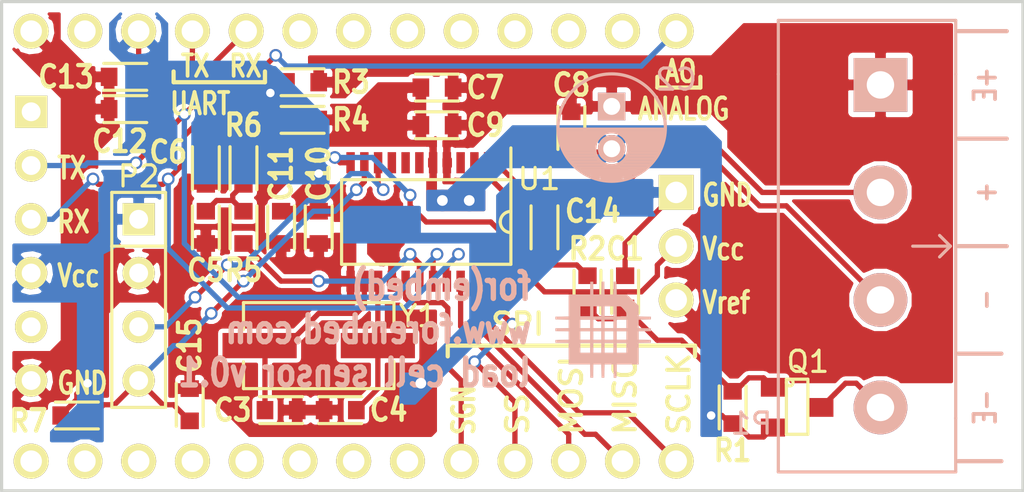
<source format=kicad_pcb>
(kicad_pcb (version 4) (host pcbnew 4.0.1-stable)

  (general
    (links 73)
    (no_connects 0)
    (area 123.462 61.367999 210.158001 109.208643)
    (thickness 1.6)
    (drawings 41)
    (tracks 206)
    (zones 0)
    (modules 35)
    (nets 24)
  )

  (page A4)
  (layers
    (0 F.Cu signal hide)
    (31 B.Cu signal)
    (32 B.Adhes user)
    (33 F.Adhes user)
    (34 B.Paste user)
    (35 F.Paste user)
    (36 B.SilkS user)
    (37 F.SilkS user)
    (38 B.Mask user)
    (39 F.Mask user)
    (40 Dwgs.User user)
    (41 Cmts.User user)
    (42 Eco1.User user)
    (43 Eco2.User user)
    (44 Edge.Cuts user)
    (45 Margin user)
    (46 B.CrtYd user)
    (47 F.CrtYd user)
    (48 B.Fab user)
    (49 F.Fab user)
  )

  (setup
    (last_trace_width 0.25)
    (trace_clearance 0.2)
    (zone_clearance 0.2032)
    (zone_45_only no)
    (trace_min 0.2)
    (segment_width 0.2)
    (edge_width 0.15)
    (via_size 0.6)
    (via_drill 0.4)
    (via_min_size 0.4)
    (via_min_drill 0.3)
    (uvia_size 0.3)
    (uvia_drill 0.1)
    (uvias_allowed no)
    (uvia_min_size 0.2)
    (uvia_min_drill 0.1)
    (pcb_text_width 0.3)
    (pcb_text_size 1.5 1.5)
    (mod_edge_width 0.15)
    (mod_text_size 1 1)
    (mod_text_width 0.15)
    (pad_size 1.016 1.016)
    (pad_drill 0.508)
    (pad_to_mask_clearance 0.0508)
    (aux_axis_origin 125.73 107.95)
    (grid_origin 125.73 107.95)
    (visible_elements FFFFFF7F)
    (pcbplotparams
      (layerselection 0x010f0_80000001)
      (usegerberextensions false)
      (excludeedgelayer true)
      (linewidth 0.100000)
      (plotframeref false)
      (viasonmask false)
      (mode 1)
      (useauxorigin true)
      (hpglpennumber 1)
      (hpglpenspeed 20)
      (hpglpendiameter 15)
      (hpglpenoverlay 2)
      (psnegative false)
      (psa4output false)
      (plotreference true)
      (plotvalue true)
      (plotinvisibletext false)
      (padsonsilk false)
      (subtractmaskfromsilk false)
      (outputformat 1)
      (mirror false)
      (drillshape 0)
      (scaleselection 1)
      (outputdirectory ./gerber))
  )

  (net 0 "")
  (net 1 "Net-(C1-Pad1)")
  (net 2 GND)
  (net 3 VAA)
  (net 4 GNDA)
  (net 5 "Net-(C3-Pad1)")
  (net 6 "Net-(C4-Pad1)")
  (net 7 "Net-(C5-Pad1)")
  (net 8 /ANO)
  (net 9 +3V3)
  (net 10 /SENSE+)
  (net 11 /SENSE-)
  (net 12 "Net-(P1-Pad4)")
  (net 13 /SBWTCK)
  (net 14 /SBWDIO)
  (net 15 /STE0)
  (net 16 /SIGN)
  (net 17 "Net-(R2-Pad1)")
  (net 18 /UTXD0)
  (net 19 /URXD0)
  (net 20 /SIMO)
  (net 21 /SOMI)
  (net 22 /UCLK0)
  (net 23 /PWMO)

  (net_class Default "This is the default net class."
    (clearance 0.2)
    (trace_width 0.25)
    (via_dia 0.6)
    (via_drill 0.4)
    (uvia_dia 0.3)
    (uvia_drill 0.1)
    (add_net +3V3)
    (add_net /ANO)
    (add_net /PWMO)
    (add_net /SBWDIO)
    (add_net /SBWTCK)
    (add_net /SENSE+)
    (add_net /SENSE-)
    (add_net /SIGN)
    (add_net /SIMO)
    (add_net /SOMI)
    (add_net /STE0)
    (add_net /UCLK0)
    (add_net /URXD0)
    (add_net /UTXD0)
    (add_net GND)
    (add_net GNDA)
    (add_net "Net-(C1-Pad1)")
    (add_net "Net-(C3-Pad1)")
    (add_net "Net-(C4-Pad1)")
    (add_net "Net-(C5-Pad1)")
    (add_net "Net-(P1-Pad4)")
    (add_net "Net-(R2-Pad1)")
    (add_net VAA)
  )

  (module lib_pcb:VIA locked (layer F.Cu) (tedit 579F97E8) (tstamp 579F9F1A)
    (at 145.542 102.87)
    (fp_text reference REF** (at 0 0) (layer F.SilkS) hide
      (effects (font (size 1 1) (thickness 0.15)))
    )
    (fp_text value VIA (at 0 0) (layer F.Fab) hide
      (effects (font (size 1 1) (thickness 0.15)))
    )
    (pad 1 thru_hole circle (at 0 0) (size 1.016 1.016) (drill 0.508) (layers *.Cu)
      (net 2 GND) (zone_connect 2))
  )

  (module lib_pcb:VIA locked (layer F.Cu) (tedit 579F8125) (tstamp 579F99BD)
    (at 147.828 94.234)
    (fp_text reference REF** (at 0 0) (layer F.SilkS) hide
      (effects (font (size 1 1) (thickness 0.15)))
    )
    (fp_text value VIA (at 0 0) (layer F.Fab) hide
      (effects (font (size 1 1) (thickness 0.15)))
    )
    (pad 1 thru_hole circle (at 0 0) (size 1.016 1.016) (drill 0.508) (layers *.Cu)
      (net 4 GNDA) (zone_connect 2))
  )

  (module lib_pcb:TSSOP-24 (layer F.Cu) (tedit 579F9A9C) (tstamp 579DA86C)
    (at 145.796 95.25 270)
    (path /579BFCA3)
    (fp_text reference U1 (at -2.032 -5.334 360) (layer F.SilkS)
      (effects (font (size 1 1) (thickness 0.15)))
    )
    (fp_text value msp430afe251 (at 0 0 270) (layer F.Fab) hide
      (effects (font (size 1 1) (thickness 0.15)))
    )
    (fp_line (start -2 -4) (end -3.5 -4) (layer F.SilkS) (width 0.15))
    (fp_arc (start 0 -4) (end 0.5 -4) (angle 90) (layer F.SilkS) (width 0.15))
    (fp_arc (start 0 -4) (end 0 -3.5) (angle 90) (layer F.SilkS) (width 0.15))
    (fp_line (start -2 -4) (end 2 -4) (layer F.SilkS) (width 0.15))
    (fp_line (start 2 -4) (end 2 4) (layer F.SilkS) (width 0.15))
    (fp_line (start 2 4) (end -2 4) (layer F.SilkS) (width 0.15))
    (fp_line (start -2 4) (end -2 -4) (layer F.SilkS) (width 0.15))
    (pad 1 smd rect (at -2.8 -3.575 270) (size 1 0.4) (layers F.Cu F.Paste F.Mask)
      (net 10 /SENSE+))
    (pad 2 smd rect (at -2.8 -2.925 270) (size 1 0.4) (layers F.Cu F.Paste F.Mask)
      (net 11 /SENSE-))
    (pad 3 smd rect (at -2.8 -2.275 270) (size 1 0.4) (layers F.Cu F.Paste F.Mask))
    (pad 4 smd rect (at -2.8 -1.625 270) (size 1 0.4) (layers F.Cu F.Paste F.Mask))
    (pad 5 smd rect (at -2.8 -0.975 270) (size 1 0.4) (layers F.Cu F.Paste F.Mask)
      (net 3 VAA))
    (pad 6 smd rect (at -2.8 -0.325 270) (size 1 0.4) (layers F.Cu F.Paste F.Mask)
      (net 4 GNDA))
    (pad 7 smd rect (at -2.8 0.325 270) (size 1 0.4) (layers F.Cu F.Paste F.Mask))
    (pad 8 smd rect (at -2.8 0.975 270) (size 1 0.4) (layers F.Cu F.Paste F.Mask))
    (pad 9 smd rect (at -2.8 1.625 270) (size 1 0.4) (layers F.Cu F.Paste F.Mask))
    (pad 10 smd rect (at -2.8 2.275 270) (size 1 0.4) (layers F.Cu F.Paste F.Mask)
      (net 13 /SBWTCK))
    (pad 11 smd rect (at -2.8 2.925 270) (size 1 0.4) (layers F.Cu F.Paste F.Mask)
      (net 14 /SBWDIO))
    (pad 12 smd rect (at -2.8 3.575 270) (size 1 0.4) (layers F.Cu F.Paste F.Mask)
      (net 17 "Net-(R2-Pad1)"))
    (pad 13 smd rect (at 2.8 3.575 270) (size 1 0.4) (layers F.Cu F.Paste F.Mask)
      (net 2 GND))
    (pad 14 smd rect (at 2.8 2.925 270) (size 1 0.4) (layers F.Cu F.Paste F.Mask)
      (net 5 "Net-(C3-Pad1)"))
    (pad 15 smd rect (at 2.8 2.275 270) (size 1 0.4) (layers F.Cu F.Paste F.Mask)
      (net 6 "Net-(C4-Pad1)"))
    (pad 16 smd rect (at 2.8 1.625 270) (size 1 0.4) (layers F.Cu F.Paste F.Mask)
      (net 9 +3V3))
    (pad 17 smd rect (at 2.8 0.975 270) (size 1 0.4) (layers F.Cu F.Paste F.Mask)
      (net 16 /SIGN))
    (pad 18 smd rect (at 2.8 0.325 270) (size 1 0.4) (layers F.Cu F.Paste F.Mask)
      (net 23 /PWMO))
    (pad 19 smd rect (at 2.8 -0.325 270) (size 1 0.4) (layers F.Cu F.Paste F.Mask)
      (net 18 /UTXD0))
    (pad 20 smd rect (at 2.8 -0.975 270) (size 1 0.4) (layers F.Cu F.Paste F.Mask)
      (net 19 /URXD0))
    (pad 21 smd rect (at 2.8 -1.625 270) (size 1 0.4) (layers F.Cu F.Paste F.Mask)
      (net 20 /SIMO))
    (pad 22 smd rect (at 2.8 -2.275 270) (size 1 0.4) (layers F.Cu F.Paste F.Mask)
      (net 21 /SOMI))
    (pad 23 smd rect (at 2.8 -2.925 270) (size 1 0.4) (layers F.Cu F.Paste F.Mask)
      (net 22 /UCLK0))
    (pad 24 smd rect (at 2.8 -3.575 270) (size 1 0.4) (layers F.Cu F.Paste F.Mask)
      (net 15 /STE0))
  )

  (module lib_pcb:CONN_1x4_OSTTC042162 (layer B.Cu) (tedit 579F6405) (tstamp 579DA7E0)
    (at 167.259 96.393 270)
    (path /579C26DA)
    (fp_text reference P1 (at 8.382 6.096 540) (layer B.SilkS)
      (effects (font (size 1 1) (thickness 0.15)) (justify mirror))
    )
    (fp_text value CONN_01X04 (at 0 0 270) (layer B.Fab) hide
      (effects (font (size 1 1) (thickness 0.15)) (justify mirror))
    )
    (fp_line (start 8.128 4.826) (end 10.668 4.826) (layer B.SilkS) (width 0.15))
    (fp_line (start 10.668 4.826) (end 10.668 -3.556) (layer B.SilkS) (width 0.15))
    (fp_line (start 10.668 -3.556) (end 8.128 -3.556) (layer B.SilkS) (width 0.15))
    (fp_line (start -8.128 4.826) (end -10.668 4.826) (layer B.SilkS) (width 0.15))
    (fp_line (start -10.668 4.826) (end -10.668 -3.556) (layer B.SilkS) (width 0.15))
    (fp_line (start -10.668 -3.556) (end -8.128 -3.556) (layer B.SilkS) (width 0.15))
    (fp_line (start 8.128 4.826) (end -8.128 4.826) (layer B.SilkS) (width 0.15))
    (fp_line (start 0 -3.302) (end -0.508 -2.794) (layer B.SilkS) (width 0.15))
    (fp_line (start 0 -3.302) (end 0.508 -2.794) (layer B.SilkS) (width 0.15))
    (fp_line (start 0 -3.302) (end 0 -1.524) (layer B.SilkS) (width 0.15))
    (fp_line (start 8.128 -3.556) (end -8.128 -3.556) (layer B.SilkS) (width 0.15))
    (pad 1 thru_hole rect (at -7.62 0 270) (size 2.54 2.54) (drill 1.2954) (layers *.Cu *.Mask B.SilkS)
      (net 3 VAA))
    (pad 2 thru_hole circle (at -2.54 0 270) (size 2.54 2.54) (drill 1.2954) (layers *.Cu *.Mask B.SilkS)
      (net 10 /SENSE+))
    (pad 3 thru_hole circle (at 2.54 0 270) (size 2.54 2.54) (drill 1.2954) (layers *.Cu *.Mask B.SilkS)
      (net 11 /SENSE-))
    (pad 4 thru_hole circle (at 7.62 0 270) (size 2.54 2.54) (drill 1.2954) (layers *.Cu *.Mask B.SilkS)
      (net 12 "Net-(P1-Pad4)"))
  )

  (module lib_pcb:SM_0603 (layer F.Cu) (tedit 579F98D5) (tstamp 579DA75D)
    (at 155.194 98.552 90)
    (path /579D6103)
    (fp_text reference C1 (at 2.032 0 180) (layer F.SilkS)
      (effects (font (size 1.016 0.889) (thickness 0.2032)))
    )
    (fp_text value 100nF (at 0 1.143 90) (layer F.SilkS) hide
      (effects (font (size 0.635 0.635) (thickness 0.1016)))
    )
    (fp_line (start -1.016 0.635) (end 1.016 0.635) (layer F.SilkS) (width 0.15))
    (fp_line (start -1.016 -0.635) (end 1.016 -0.635) (layer F.SilkS) (width 0.15))
    (pad 1 smd rect (at -0.762 0 90) (size 0.7874 0.8636) (layers F.Cu F.Paste F.Mask)
      (net 1 "Net-(C1-Pad1)"))
    (pad 2 smd rect (at 0.762 0 90) (size 0.7874 0.8636) (layers F.Cu F.Paste F.Mask)
      (net 2 GND))
  )

  (module lib_pcb:SM_0603 (layer F.Cu) (tedit 579F87E4) (tstamp 579DA77D)
    (at 138.938 104.14)
    (path /579D4105)
    (fp_text reference C3 (at -2.286 0) (layer F.SilkS)
      (effects (font (size 1.016 0.889) (thickness 0.2032)))
    )
    (fp_text value 18pF (at 0 1.143) (layer F.SilkS) hide
      (effects (font (size 0.635 0.635) (thickness 0.1016)))
    )
    (fp_line (start -1.016 0.635) (end 1.016 0.635) (layer F.SilkS) (width 0.15))
    (fp_line (start -1.016 -0.635) (end 1.016 -0.635) (layer F.SilkS) (width 0.15))
    (pad 1 smd rect (at -0.762 0) (size 0.7874 0.8636) (layers F.Cu F.Paste F.Mask)
      (net 5 "Net-(C3-Pad1)"))
    (pad 2 smd rect (at 0.762 0) (size 0.7874 0.8636) (layers F.Cu F.Paste F.Mask)
      (net 2 GND))
  )

  (module lib_pcb:SM_0603 (layer F.Cu) (tedit 579F7AF8) (tstamp 579DA785)
    (at 141.732 104.14 180)
    (path /579D9A26)
    (fp_text reference C4 (at -2.286 0 180) (layer F.SilkS)
      (effects (font (size 1.016 0.889) (thickness 0.2032)))
    )
    (fp_text value 18pF (at 0 1.143 180) (layer F.SilkS) hide
      (effects (font (size 0.635 0.635) (thickness 0.1016)))
    )
    (fp_line (start -1.016 0.635) (end 1.016 0.635) (layer F.SilkS) (width 0.15))
    (fp_line (start -1.016 -0.635) (end 1.016 -0.635) (layer F.SilkS) (width 0.15))
    (pad 1 smd rect (at -0.762 0 180) (size 0.7874 0.8636) (layers F.Cu F.Paste F.Mask)
      (net 6 "Net-(C4-Pad1)"))
    (pad 2 smd rect (at 0.762 0 180) (size 0.7874 0.8636) (layers F.Cu F.Paste F.Mask)
      (net 2 GND))
  )

  (module lib_pcb:SM_0603 (layer F.Cu) (tedit 579F4E6D) (tstamp 579DA78D)
    (at 135.382 95.504 270)
    (path /579D7A0A)
    (fp_text reference C5 (at 2.032 0 360) (layer F.SilkS)
      (effects (font (size 1.016 0.889) (thickness 0.2032)))
    )
    (fp_text value 100nF (at 0 1.143 270) (layer F.SilkS) hide
      (effects (font (size 0.635 0.635) (thickness 0.1016)))
    )
    (fp_line (start -1.016 0.635) (end 1.016 0.635) (layer F.SilkS) (width 0.15))
    (fp_line (start -1.016 -0.635) (end 1.016 -0.635) (layer F.SilkS) (width 0.15))
    (pad 1 smd rect (at -0.762 0 270) (size 0.7874 0.8636) (layers F.Cu F.Paste F.Mask)
      (net 7 "Net-(C5-Pad1)"))
    (pad 2 smd rect (at 0.762 0 270) (size 0.7874 0.8636) (layers F.Cu F.Paste F.Mask)
      (net 2 GND))
  )

  (module lib_pcb:SM_0603 (layer F.Cu) (tedit 579F9911) (tstamp 579DA795)
    (at 135.382 92.71 270)
    (path /579D7B8F)
    (fp_text reference C6 (at -0.762 1.778 360) (layer F.SilkS)
      (effects (font (size 1.016 0.889) (thickness 0.2032)))
    )
    (fp_text value 100nF (at 0 1.143 270) (layer F.SilkS) hide
      (effects (font (size 0.635 0.635) (thickness 0.1016)))
    )
    (fp_line (start -1.016 0.635) (end 1.016 0.635) (layer F.SilkS) (width 0.15))
    (fp_line (start -1.016 -0.635) (end 1.016 -0.635) (layer F.SilkS) (width 0.15))
    (pad 1 smd rect (at -0.762 0 270) (size 0.7874 0.8636) (layers F.Cu F.Paste F.Mask)
      (net 8 /ANO))
    (pad 2 smd rect (at 0.762 0 270) (size 0.7874 0.8636) (layers F.Cu F.Paste F.Mask)
      (net 2 GND))
  )

  (module lib_pcb:SM_0603 (layer F.Cu) (tedit 579F7D79) (tstamp 579DA79D)
    (at 146.304 88.9 180)
    (path /579DC5B4)
    (fp_text reference C7 (at -2.286 0 360) (layer F.SilkS)
      (effects (font (size 1.016 0.889) (thickness 0.2032)))
    )
    (fp_text value 100nF (at 0 1.143 180) (layer F.SilkS) hide
      (effects (font (size 0.635 0.635) (thickness 0.1016)))
    )
    (fp_line (start -1.016 0.635) (end 1.016 0.635) (layer F.SilkS) (width 0.15))
    (fp_line (start -1.016 -0.635) (end 1.016 -0.635) (layer F.SilkS) (width 0.15))
    (pad 1 smd rect (at -0.762 0 180) (size 0.7874 0.8636) (layers F.Cu F.Paste F.Mask)
      (net 3 VAA))
    (pad 2 smd rect (at 0.762 0 180) (size 0.7874 0.8636) (layers F.Cu F.Paste F.Mask)
      (net 4 GNDA))
  )

  (module lib_pcb:SM_0603 (layer F.Cu) (tedit 579F435A) (tstamp 579DA7A5)
    (at 152.654 90.805 270)
    (path /579DC8C5)
    (fp_text reference C8 (at -2.032 0 360) (layer F.SilkS)
      (effects (font (size 1.016 0.889) (thickness 0.2032)))
    )
    (fp_text value 100nF (at 0 1.143 270) (layer F.SilkS) hide
      (effects (font (size 0.635 0.635) (thickness 0.1016)))
    )
    (fp_line (start -1.016 0.635) (end 1.016 0.635) (layer F.SilkS) (width 0.15))
    (fp_line (start -1.016 -0.635) (end 1.016 -0.635) (layer F.SilkS) (width 0.15))
    (pad 1 smd rect (at -0.762 0 270) (size 0.7874 0.8636) (layers F.Cu F.Paste F.Mask)
      (net 3 VAA))
    (pad 2 smd rect (at 0.762 0 270) (size 0.7874 0.8636) (layers F.Cu F.Paste F.Mask)
      (net 4 GNDA))
  )

  (module lib_pcb:SM_0603 (layer F.Cu) (tedit 579F7D7D) (tstamp 579DA7AD)
    (at 146.304 90.678 180)
    (path /579DC851)
    (fp_text reference C9 (at -2.286 0 360) (layer F.SilkS)
      (effects (font (size 1.016 0.889) (thickness 0.2032)))
    )
    (fp_text value 100nF (at 0 1.143 180) (layer F.SilkS) hide
      (effects (font (size 0.635 0.635) (thickness 0.1016)))
    )
    (fp_line (start -1.016 0.635) (end 1.016 0.635) (layer F.SilkS) (width 0.15))
    (fp_line (start -1.016 -0.635) (end 1.016 -0.635) (layer F.SilkS) (width 0.15))
    (pad 1 smd rect (at -0.762 0 180) (size 0.7874 0.8636) (layers F.Cu F.Paste F.Mask)
      (net 3 VAA))
    (pad 2 smd rect (at 0.762 0 180) (size 0.7874 0.8636) (layers F.Cu F.Paste F.Mask)
      (net 4 GNDA))
  )

  (module lib_pcb:SM_0603 (layer F.Cu) (tedit 579F9375) (tstamp 579DA7B5)
    (at 140.716 95.504 270)
    (path /579DBBC3)
    (fp_text reference C10 (at -2.54 0 270) (layer F.SilkS)
      (effects (font (size 1.016 0.889) (thickness 0.2032)))
    )
    (fp_text value 100nF (at 0 1.143 270) (layer F.SilkS) hide
      (effects (font (size 0.635 0.635) (thickness 0.1016)))
    )
    (fp_line (start -1.016 0.635) (end 1.016 0.635) (layer F.SilkS) (width 0.15))
    (fp_line (start -1.016 -0.635) (end 1.016 -0.635) (layer F.SilkS) (width 0.15))
    (pad 1 smd rect (at -0.762 0 270) (size 0.7874 0.8636) (layers F.Cu F.Paste F.Mask)
      (net 9 +3V3))
    (pad 2 smd rect (at 0.762 0 270) (size 0.7874 0.8636) (layers F.Cu F.Paste F.Mask)
      (net 2 GND))
  )

  (module lib_pcb:SM_0603 (layer F.Cu) (tedit 579F99D0) (tstamp 579DA7BD)
    (at 138.938 95.504 270)
    (path /579DC0C2)
    (fp_text reference C11 (at -2.54 0 450) (layer F.SilkS)
      (effects (font (size 1.016 0.889) (thickness 0.2032)))
    )
    (fp_text value 100nF (at 0 1.143 270) (layer F.SilkS) hide
      (effects (font (size 0.635 0.635) (thickness 0.1016)))
    )
    (fp_line (start -1.016 0.635) (end 1.016 0.635) (layer F.SilkS) (width 0.15))
    (fp_line (start -1.016 -0.635) (end 1.016 -0.635) (layer F.SilkS) (width 0.15))
    (pad 1 smd rect (at -0.762 0 270) (size 0.7874 0.8636) (layers F.Cu F.Paste F.Mask)
      (net 9 +3V3))
    (pad 2 smd rect (at 0.762 0 270) (size 0.7874 0.8636) (layers F.Cu F.Paste F.Mask)
      (net 2 GND))
  )

  (module lib_pcb:SM_0603 (layer F.Cu) (tedit 579F99E9) (tstamp 579DA7C5)
    (at 131.572 89.916 180)
    (path /579DC1FD)
    (fp_text reference C12 (at 0.254 -1.524 360) (layer F.SilkS)
      (effects (font (size 1.016 0.889) (thickness 0.2032)))
    )
    (fp_text value 100nF (at 0 1.143 180) (layer F.SilkS) hide
      (effects (font (size 0.635 0.635) (thickness 0.1016)))
    )
    (fp_line (start -1.016 0.635) (end 1.016 0.635) (layer F.SilkS) (width 0.15))
    (fp_line (start -1.016 -0.635) (end 1.016 -0.635) (layer F.SilkS) (width 0.15))
    (pad 1 smd rect (at -0.762 0 180) (size 0.7874 0.8636) (layers F.Cu F.Paste F.Mask)
      (net 9 +3V3))
    (pad 2 smd rect (at 0.762 0 180) (size 0.7874 0.8636) (layers F.Cu F.Paste F.Mask)
      (net 2 GND))
  )

  (module lib_pcb:SM_0603 (layer F.Cu) (tedit 579F9999) (tstamp 579DA7CD)
    (at 131.572 88.392 180)
    (path /579DC214)
    (fp_text reference C13 (at 2.794 0 360) (layer F.SilkS)
      (effects (font (size 1.016 0.889) (thickness 0.2032)))
    )
    (fp_text value 100nF (at 0 1.143 180) (layer F.SilkS) hide
      (effects (font (size 0.635 0.635) (thickness 0.1016)))
    )
    (fp_line (start -1.016 0.635) (end 1.016 0.635) (layer F.SilkS) (width 0.15))
    (fp_line (start -1.016 -0.635) (end 1.016 -0.635) (layer F.SilkS) (width 0.15))
    (pad 1 smd rect (at -0.762 0 180) (size 0.7874 0.8636) (layers F.Cu F.Paste F.Mask)
      (net 9 +3V3))
    (pad 2 smd rect (at 0.762 0 180) (size 0.7874 0.8636) (layers F.Cu F.Paste F.Mask)
      (net 2 GND))
  )

  (module lib_pcb:CON_1x4_0.1in (layer F.Cu) (tedit 579F7D8D) (tstamp 579DA7EF)
    (at 132.207 98.933 270)
    (path /579C2A94)
    (fp_text reference P2 (at -5.842 0 360) (layer F.SilkS)
      (effects (font (size 1 1) (thickness 0.15)))
    )
    (fp_text value CONN_01X04 (at 0 0 270) (layer F.Fab) hide
      (effects (font (size 1 1) (thickness 0.15)))
    )
    (fp_line (start -2.54 1.27) (end 5.08 1.27) (layer F.SilkS) (width 0.15))
    (fp_line (start 5.08 1.27) (end 5.08 -1.27) (layer F.SilkS) (width 0.15))
    (fp_line (start 5.08 -1.27) (end -2.54 -1.27) (layer F.SilkS) (width 0.15))
    (fp_line (start -5.08 -1.27) (end -2.54 -1.27) (layer F.SilkS) (width 0.15))
    (fp_line (start -2.54 -1.27) (end -2.54 1.27) (layer F.SilkS) (width 0.15))
    (fp_line (start -2.54 1.27) (end -5.08 1.27) (layer F.SilkS) (width 0.15))
    (fp_line (start -5.08 -1.27) (end -5.08 1.27) (layer F.SilkS) (width 0.15))
    (pad 1 thru_hole rect (at -3.81 0 270) (size 1.524 1.524) (drill 0.889) (layers *.Cu *.Mask F.SilkS)
      (net 9 +3V3))
    (pad 2 thru_hole circle (at -1.27 0 270) (size 1.524 1.524) (drill 0.889) (layers *.Cu *.Mask F.SilkS)
      (net 2 GND))
    (pad 3 thru_hole circle (at 1.27 0 270) (size 1.524 1.524) (drill 0.889) (layers *.Cu *.Mask F.SilkS)
      (net 13 /SBWTCK))
    (pad 4 thru_hole circle (at 3.81 0 270) (size 1.524 1.524) (drill 0.889) (layers *.Cu *.Mask F.SilkS)
      (net 14 /SBWDIO))
  )

  (module lib_pcb:SOT-23 (layer F.Cu) (tedit 579F81AB) (tstamp 579DA819)
    (at 163.322 104.013 270)
    (tags SOT23)
    (path /579DB52D)
    (fp_text reference Q1 (at -2.159 -0.508 360) (layer F.SilkS)
      (effects (font (size 1 1) (thickness 0.15)))
    )
    (fp_text value Q_NMOS_GSD (at 0.0635 0 270) (layer F.SilkS) hide
      (effects (font (size 1 1) (thickness 0.15)))
    )
    (fp_circle (center -1.17602 0.35052) (end -1.30048 0.44958) (layer F.SilkS) (width 0.15))
    (fp_line (start 1.27 -0.508) (end 1.27 0.508) (layer F.SilkS) (width 0.15))
    (fp_line (start -1.3335 -0.508) (end -1.3335 0.508) (layer F.SilkS) (width 0.15))
    (fp_line (start 1.27 0.508) (end -1.3335 0.508) (layer F.SilkS) (width 0.15))
    (fp_line (start -1.3335 -0.508) (end 1.27 -0.508) (layer F.SilkS) (width 0.15))
    (pad 3 smd rect (at 0 -1.143 270) (size 0.889 1.143) (layers F.Cu F.Paste F.Mask)
      (net 12 "Net-(P1-Pad4)"))
    (pad 2 smd rect (at 0.9525 1.143 270) (size 0.8509 1.143) (layers F.Cu F.Paste F.Mask)
      (net 4 GNDA))
    (pad 1 smd rect (at -0.9525 1.143 270) (size 0.889 1.143) (layers F.Cu F.Paste F.Mask)
      (net 1 "Net-(C1-Pad1)"))
    (model SMD_Packages/SOT-23.wrl
      (at (xyz 0 0 0))
      (scale (xyz 0.4 0.4 0.4))
      (rotate (xyz 0 0 180))
    )
  )

  (module lib_pcb:SM_0603 (layer F.Cu) (tedit 579F62FA) (tstamp 579DA821)
    (at 160.274 104.013 90)
    (path /579D5ADA)
    (fp_text reference R1 (at -2.032 0 360) (layer F.SilkS)
      (effects (font (size 1.016 0.889) (thickness 0.2032)))
    )
    (fp_text value 10k (at 0 1.143 90) (layer F.SilkS) hide
      (effects (font (size 0.635 0.635) (thickness 0.1016)))
    )
    (fp_line (start -1.016 0.635) (end 1.016 0.635) (layer F.SilkS) (width 0.15))
    (fp_line (start -1.016 -0.635) (end 1.016 -0.635) (layer F.SilkS) (width 0.15))
    (pad 1 smd rect (at -0.762 0 90) (size 0.7874 0.8636) (layers F.Cu F.Paste F.Mask)
      (net 4 GNDA))
    (pad 2 smd rect (at 0.762 0 90) (size 0.7874 0.8636) (layers F.Cu F.Paste F.Mask)
      (net 1 "Net-(C1-Pad1)"))
  )

  (module lib_pcb:SM_0603 (layer F.Cu) (tedit 579F98D7) (tstamp 579DA829)
    (at 153.416 98.552 270)
    (path /579D621B)
    (fp_text reference R2 (at -2.032 0 360) (layer F.SilkS)
      (effects (font (size 1.016 0.889) (thickness 0.2032)))
    )
    (fp_text value 10 (at 0 1.143 270) (layer F.SilkS) hide
      (effects (font (size 0.635 0.635) (thickness 0.1016)))
    )
    (fp_line (start -1.016 0.635) (end 1.016 0.635) (layer F.SilkS) (width 0.15))
    (fp_line (start -1.016 -0.635) (end 1.016 -0.635) (layer F.SilkS) (width 0.15))
    (pad 1 smd rect (at -0.762 0 270) (size 0.7874 0.8636) (layers F.Cu F.Paste F.Mask)
      (net 17 "Net-(R2-Pad1)"))
    (pad 2 smd rect (at 0.762 0 270) (size 0.7874 0.8636) (layers F.Cu F.Paste F.Mask)
      (net 1 "Net-(C1-Pad1)"))
  )

  (module lib_pcb:SM_0603 (layer F.Cu) (tedit 579F7B5C) (tstamp 579DA831)
    (at 139.954 88.646)
    (path /579C1BD6)
    (fp_text reference R3 (at 2.286 0) (layer F.SilkS)
      (effects (font (size 1.016 0.889) (thickness 0.2032)))
    )
    (fp_text value 10 (at 0 1.143) (layer F.SilkS) hide
      (effects (font (size 0.635 0.635) (thickness 0.1016)))
    )
    (fp_line (start -1.016 0.635) (end 1.016 0.635) (layer F.SilkS) (width 0.15))
    (fp_line (start -1.016 -0.635) (end 1.016 -0.635) (layer F.SilkS) (width 0.15))
    (pad 1 smd rect (at -0.762 0) (size 0.7874 0.8636) (layers F.Cu F.Paste F.Mask)
      (net 9 +3V3))
    (pad 2 smd rect (at 0.762 0) (size 0.7874 0.8636) (layers F.Cu F.Paste F.Mask)
      (net 3 VAA))
  )

  (module lib_pcb:SM_0603 (layer F.Cu) (tedit 579F7B5A) (tstamp 579DA839)
    (at 139.954 90.424)
    (path /579C2578)
    (fp_text reference R4 (at 2.286 0) (layer F.SilkS)
      (effects (font (size 1.016 0.889) (thickness 0.2032)))
    )
    (fp_text value 10 (at 0 1.143) (layer F.SilkS) hide
      (effects (font (size 0.635 0.635) (thickness 0.1016)))
    )
    (fp_line (start -1.016 0.635) (end 1.016 0.635) (layer F.SilkS) (width 0.15))
    (fp_line (start -1.016 -0.635) (end 1.016 -0.635) (layer F.SilkS) (width 0.15))
    (pad 1 smd rect (at -0.762 0) (size 0.7874 0.8636) (layers F.Cu F.Paste F.Mask)
      (net 2 GND))
    (pad 2 smd rect (at 0.762 0) (size 0.7874 0.8636) (layers F.Cu F.Paste F.Mask)
      (net 4 GNDA))
  )

  (module lib_pcb:SM_0603 (layer F.Cu) (tedit 579F4E74) (tstamp 579DA841)
    (at 137.16 95.504 90)
    (path /579D785B)
    (fp_text reference R5 (at -2.032 0 180) (layer F.SilkS)
      (effects (font (size 1.016 0.889) (thickness 0.2032)))
    )
    (fp_text value 10k (at 0 1.143 90) (layer F.SilkS) hide
      (effects (font (size 0.635 0.635) (thickness 0.1016)))
    )
    (fp_line (start -1.016 0.635) (end 1.016 0.635) (layer F.SilkS) (width 0.15))
    (fp_line (start -1.016 -0.635) (end 1.016 -0.635) (layer F.SilkS) (width 0.15))
    (pad 1 smd rect (at -0.762 0 90) (size 0.7874 0.8636) (layers F.Cu F.Paste F.Mask)
      (net 23 /PWMO))
    (pad 2 smd rect (at 0.762 0 90) (size 0.7874 0.8636) (layers F.Cu F.Paste F.Mask)
      (net 7 "Net-(C5-Pad1)"))
  )

  (module lib_pcb:SM_0603 (layer F.Cu) (tedit 579F4E69) (tstamp 579DA849)
    (at 137.16 92.71 90)
    (path /579D7970)
    (fp_text reference R6 (at 2.032 0 180) (layer F.SilkS)
      (effects (font (size 1.016 0.889) (thickness 0.2032)))
    )
    (fp_text value 10k (at 0 1.143 90) (layer F.SilkS) hide
      (effects (font (size 0.635 0.635) (thickness 0.1016)))
    )
    (fp_line (start -1.016 0.635) (end 1.016 0.635) (layer F.SilkS) (width 0.15))
    (fp_line (start -1.016 -0.635) (end 1.016 -0.635) (layer F.SilkS) (width 0.15))
    (pad 1 smd rect (at -0.762 0 90) (size 0.7874 0.8636) (layers F.Cu F.Paste F.Mask)
      (net 7 "Net-(C5-Pad1)"))
    (pad 2 smd rect (at 0.762 0 90) (size 0.7874 0.8636) (layers F.Cu F.Paste F.Mask)
      (net 8 /ANO))
  )

  (module lib_pcb:SM_0603 (layer F.Cu) (tedit 579F98D9) (tstamp 579DAD4C)
    (at 151.384 95.504 270)
    (path /579DDCC1)
    (fp_text reference C14 (at -0.762 -2.286 360) (layer F.SilkS)
      (effects (font (size 1.016 0.889) (thickness 0.2032)))
    )
    (fp_text value 100nF (at 0 1.143 270) (layer F.SilkS) hide
      (effects (font (size 0.635 0.635) (thickness 0.1016)))
    )
    (fp_line (start -1.016 0.635) (end 1.016 0.635) (layer F.SilkS) (width 0.15))
    (fp_line (start -1.016 -0.635) (end 1.016 -0.635) (layer F.SilkS) (width 0.15))
    (pad 1 smd rect (at -0.762 0 270) (size 0.7874 0.8636) (layers F.Cu F.Paste F.Mask)
      (net 10 /SENSE+))
    (pad 2 smd rect (at 0.762 0 270) (size 0.7874 0.8636) (layers F.Cu F.Paste F.Mask)
      (net 11 /SENSE-))
  )

  (module lib_pcb:XTAL_ABLS7M (layer F.Cu) (tedit 579F7D17) (tstamp 579EB6B7)
    (at 140.716 101.092 180)
    (path /579D3D33)
    (fp_text reference Y1 (at -4.699 1.397 360) (layer F.SilkS)
      (effects (font (size 1 1) (thickness 0.15)))
    )
    (fp_text value 12MHz (at 0 0 180) (layer F.Fab) hide
      (effects (font (size 1 1) (thickness 0.15)))
    )
    (fp_line (start 3.556 0.762) (end 3.556 2.032) (layer F.SilkS) (width 0.15))
    (fp_line (start 3.556 2.032) (end -3.556 2.032) (layer F.SilkS) (width 0.15))
    (fp_line (start -3.556 2.032) (end -3.556 0.762) (layer F.SilkS) (width 0.15))
    (fp_line (start -3.556 -0.762) (end -3.556 -2.032) (layer F.SilkS) (width 0.15))
    (fp_line (start -3.556 -2.032) (end 3.556 -2.032) (layer F.SilkS) (width 0.15))
    (fp_line (start 3.556 -2.032) (end 3.556 -0.762) (layer F.SilkS) (width 0.15))
    (pad 1 smd rect (at -2.794 0 180) (size 3.5052 1.1938) (layers F.Cu F.Paste F.Mask)
      (net 6 "Net-(C4-Pad1)"))
    (pad 2 smd rect (at 2.794 0 180) (size 3.5052 1.1938) (layers F.Cu F.Paste F.Mask)
      (net 5 "Net-(C3-Pad1)"))
  )

  (module Capacitors_ThroughHole:C_Radial_D5_L11_P2 (layer B.Cu) (tedit 579F62F0) (tstamp 579F5D51)
    (at 154.559 89.789 270)
    (descr "Radial Electrolytic Capacitor 5mm x Length 11mm, Pitch 2mm")
    (tags "Electrolytic Capacitor")
    (path /579C203A)
    (fp_text reference C2 (at -1.27 -3.048 360) (layer B.SilkS)
      (effects (font (size 1 1) (thickness 0.15)) (justify mirror))
    )
    (fp_text value "100uF 10V" (at 1 -3.8 270) (layer B.Fab) hide
      (effects (font (size 1 1) (thickness 0.15)) (justify mirror))
    )
    (fp_line (start 1.075 2.499) (end 1.075 -2.499) (layer B.SilkS) (width 0.15))
    (fp_line (start 1.215 2.491) (end 1.215 0.154) (layer B.SilkS) (width 0.15))
    (fp_line (start 1.215 -0.154) (end 1.215 -2.491) (layer B.SilkS) (width 0.15))
    (fp_line (start 1.355 2.475) (end 1.355 0.473) (layer B.SilkS) (width 0.15))
    (fp_line (start 1.355 -0.473) (end 1.355 -2.475) (layer B.SilkS) (width 0.15))
    (fp_line (start 1.495 2.451) (end 1.495 0.62) (layer B.SilkS) (width 0.15))
    (fp_line (start 1.495 -0.62) (end 1.495 -2.451) (layer B.SilkS) (width 0.15))
    (fp_line (start 1.635 2.418) (end 1.635 0.712) (layer B.SilkS) (width 0.15))
    (fp_line (start 1.635 -0.712) (end 1.635 -2.418) (layer B.SilkS) (width 0.15))
    (fp_line (start 1.775 2.377) (end 1.775 0.768) (layer B.SilkS) (width 0.15))
    (fp_line (start 1.775 -0.768) (end 1.775 -2.377) (layer B.SilkS) (width 0.15))
    (fp_line (start 1.915 2.327) (end 1.915 0.795) (layer B.SilkS) (width 0.15))
    (fp_line (start 1.915 -0.795) (end 1.915 -2.327) (layer B.SilkS) (width 0.15))
    (fp_line (start 2.055 2.266) (end 2.055 0.798) (layer B.SilkS) (width 0.15))
    (fp_line (start 2.055 -0.798) (end 2.055 -2.266) (layer B.SilkS) (width 0.15))
    (fp_line (start 2.195 2.196) (end 2.195 0.776) (layer B.SilkS) (width 0.15))
    (fp_line (start 2.195 -0.776) (end 2.195 -2.196) (layer B.SilkS) (width 0.15))
    (fp_line (start 2.335 2.114) (end 2.335 0.726) (layer B.SilkS) (width 0.15))
    (fp_line (start 2.335 -0.726) (end 2.335 -2.114) (layer B.SilkS) (width 0.15))
    (fp_line (start 2.475 2.019) (end 2.475 0.644) (layer B.SilkS) (width 0.15))
    (fp_line (start 2.475 -0.644) (end 2.475 -2.019) (layer B.SilkS) (width 0.15))
    (fp_line (start 2.615 1.908) (end 2.615 0.512) (layer B.SilkS) (width 0.15))
    (fp_line (start 2.615 -0.512) (end 2.615 -1.908) (layer B.SilkS) (width 0.15))
    (fp_line (start 2.755 1.78) (end 2.755 0.265) (layer B.SilkS) (width 0.15))
    (fp_line (start 2.755 -0.265) (end 2.755 -1.78) (layer B.SilkS) (width 0.15))
    (fp_line (start 2.895 1.631) (end 2.895 -1.631) (layer B.SilkS) (width 0.15))
    (fp_line (start 3.035 1.452) (end 3.035 -1.452) (layer B.SilkS) (width 0.15))
    (fp_line (start 3.175 1.233) (end 3.175 -1.233) (layer B.SilkS) (width 0.15))
    (fp_line (start 3.315 0.944) (end 3.315 -0.944) (layer B.SilkS) (width 0.15))
    (fp_line (start 3.455 0.472) (end 3.455 -0.472) (layer B.SilkS) (width 0.15))
    (fp_circle (center 2 0) (end 2 0.8) (layer B.SilkS) (width 0.15))
    (fp_circle (center 1 0) (end 1 2.5375) (layer B.SilkS) (width 0.15))
    (fp_circle (center 1 0) (end 1 2.8) (layer B.CrtYd) (width 0.05))
    (pad 1 thru_hole rect (at 0 0 270) (size 1.3 1.3) (drill 0.8) (layers *.Cu *.Mask B.SilkS)
      (net 3 VAA))
    (pad 2 thru_hole circle (at 2 0 270) (size 1.3 1.3) (drill 0.8) (layers *.Cu *.Mask B.SilkS)
      (net 4 GNDA))
    (model Capacitors_ThroughHole.3dshapes/C_Radial_D5_L11_P2.wrl
      (at (xyz 0 0 0))
      (scale (xyz 1 1 1))
      (rotate (xyz 0 0 0))
    )
  )

  (module lib_pcb:CON_1x13_0.1in_no_silk locked (layer F.Cu) (tedit 579E968E) (tstamp 579F7946)
    (at 142.367 86.233 180)
    (path /579FFE45)
    (fp_text reference P3 (at 0 0 180) (layer F.SilkS) hide
      (effects (font (size 1 1) (thickness 0.15)))
    )
    (fp_text value CONN_01X13 (at 0 0 180) (layer F.Fab) hide
      (effects (font (size 1 1) (thickness 0.15)))
    )
    (pad 1 thru_hole circle (at -15.24 0 180) (size 1.651 1.651) (drill 1.016) (layers *.Cu *.Mask F.SilkS)
      (net 8 /ANO))
    (pad 2 thru_hole circle (at -12.7 0 180) (size 1.651 1.651) (drill 1.016) (layers *.Cu *.Mask F.SilkS))
    (pad 3 thru_hole circle (at -10.16 0 180) (size 1.651 1.651) (drill 1.016) (layers *.Cu *.Mask F.SilkS))
    (pad 4 thru_hole circle (at -7.62 0 180) (size 1.651 1.651) (drill 1.016) (layers *.Cu *.Mask F.SilkS))
    (pad 5 thru_hole circle (at -5.08 0 180) (size 1.651 1.651) (drill 1.016) (layers *.Cu *.Mask F.SilkS))
    (pad 6 thru_hole circle (at -2.54 0 180) (size 1.651 1.651) (drill 1.016) (layers *.Cu *.Mask F.SilkS))
    (pad 7 thru_hole circle (at 0 0 180) (size 1.651 1.651) (drill 1.016) (layers *.Cu *.Mask F.SilkS))
    (pad 8 thru_hole circle (at 2.54 0 180) (size 1.651 1.651) (drill 1.016) (layers *.Cu *.Mask F.SilkS))
    (pad 9 thru_hole circle (at 5.08 0 180) (size 1.651 1.651) (drill 1.016) (layers *.Cu *.Mask F.SilkS)
      (net 19 /URXD0))
    (pad 10 thru_hole circle (at 7.62 0 180) (size 1.651 1.651) (drill 1.016) (layers *.Cu *.Mask F.SilkS)
      (net 18 /UTXD0))
    (pad 11 thru_hole circle (at 10.16 0 180) (size 1.651 1.651) (drill 1.016) (layers *.Cu *.Mask F.SilkS)
      (net 9 +3V3))
    (pad 12 thru_hole circle (at 12.7 0 180) (size 1.651 1.651) (drill 1.016) (layers *.Cu *.Mask F.SilkS))
    (pad 13 thru_hole circle (at 15.24 0 180) (size 1.651 1.651) (drill 1.016) (layers *.Cu *.Mask F.SilkS)
      (net 2 GND))
  )

  (module lib_pcb:CON_1x13_0.1in_no_silk locked (layer F.Cu) (tedit 579E968E) (tstamp 579F7956)
    (at 142.367 106.553)
    (path /57A004EC)
    (fp_text reference P4 (at 0 0) (layer F.SilkS) hide
      (effects (font (size 1 1) (thickness 0.15)))
    )
    (fp_text value CONN_01X13 (at 0 0) (layer F.Fab) hide
      (effects (font (size 1 1) (thickness 0.15)))
    )
    (pad 1 thru_hole circle (at -15.24 0) (size 1.651 1.651) (drill 1.016) (layers *.Cu *.Mask F.SilkS))
    (pad 2 thru_hole circle (at -12.7 0) (size 1.651 1.651) (drill 1.016) (layers *.Cu *.Mask F.SilkS))
    (pad 3 thru_hole circle (at -10.16 0) (size 1.651 1.651) (drill 1.016) (layers *.Cu *.Mask F.SilkS))
    (pad 4 thru_hole circle (at -7.62 0) (size 1.651 1.651) (drill 1.016) (layers *.Cu *.Mask F.SilkS))
    (pad 5 thru_hole circle (at -5.08 0) (size 1.651 1.651) (drill 1.016) (layers *.Cu *.Mask F.SilkS))
    (pad 6 thru_hole circle (at -2.54 0) (size 1.651 1.651) (drill 1.016) (layers *.Cu *.Mask F.SilkS))
    (pad 7 thru_hole circle (at 0 0) (size 1.651 1.651) (drill 1.016) (layers *.Cu *.Mask F.SilkS))
    (pad 8 thru_hole circle (at 2.54 0) (size 1.651 1.651) (drill 1.016) (layers *.Cu *.Mask F.SilkS))
    (pad 9 thru_hole circle (at 5.08 0) (size 1.651 1.651) (drill 1.016) (layers *.Cu *.Mask F.SilkS)
      (net 16 /SIGN))
    (pad 10 thru_hole circle (at 7.62 0) (size 1.651 1.651) (drill 1.016) (layers *.Cu *.Mask F.SilkS)
      (net 15 /STE0))
    (pad 11 thru_hole circle (at 10.16 0) (size 1.651 1.651) (drill 1.016) (layers *.Cu *.Mask F.SilkS)
      (net 20 /SIMO))
    (pad 12 thru_hole circle (at 12.7 0) (size 1.651 1.651) (drill 1.016) (layers *.Cu *.Mask F.SilkS)
      (net 21 /SOMI))
    (pad 13 thru_hole circle (at 15.24 0) (size 1.651 1.651) (drill 1.016) (layers *.Cu *.Mask F.SilkS)
      (net 22 /UCLK0))
  )

  (module lib_pcb:CON_1x6_0.1in_no_silk locked (layer F.Cu) (tedit 579F7F5C) (tstamp 579F8B38)
    (at 127.127 96.393 270)
    (path /57A01EEE)
    (fp_text reference P5 (at 0 2.54 270) (layer F.SilkS) hide
      (effects (font (size 1 1) (thickness 0.15)))
    )
    (fp_text value CONN_01X06 (at 0 0 270) (layer F.Fab) hide
      (effects (font (size 1 1) (thickness 0.15)))
    )
    (pad 1 thru_hole rect (at -6.35 0 270) (size 1.524 1.524) (drill 0.889) (layers *.Cu *.Mask F.SilkS))
    (pad 2 thru_hole circle (at -3.81 0 270) (size 1.524 1.524) (drill 0.889) (layers *.Cu *.Mask F.SilkS)
      (net 18 /UTXD0))
    (pad 3 thru_hole circle (at -1.27 0 270) (size 1.524 1.524) (drill 0.889) (layers *.Cu *.Mask F.SilkS)
      (net 19 /URXD0))
    (pad 4 thru_hole circle (at 1.27 0 270) (size 1.524 1.524) (drill 0.889) (layers *.Cu *.Mask F.SilkS)
      (net 9 +3V3))
    (pad 5 thru_hole circle (at 3.81 0 270) (size 1.524 1.524) (drill 0.889) (layers *.Cu *.Mask F.SilkS))
    (pad 6 thru_hole circle (at 6.35 0 270) (size 1.524 1.524) (drill 0.889) (layers *.Cu *.Mask F.SilkS)
      (net 2 GND))
  )

  (module lib_pcb:CON_1x3_0.1in_no_silk locked (layer F.Cu) (tedit 579F7E1A) (tstamp 579F991A)
    (at 157.607 96.393 270)
    (path /57A03742)
    (fp_text reference P6 (at 0 2.54 270) (layer F.SilkS) hide
      (effects (font (size 1 1) (thickness 0.15)))
    )
    (fp_text value CONN_01X03 (at 0 0 270) (layer F.Fab) hide
      (effects (font (size 1 1) (thickness 0.15)))
    )
    (pad 1 thru_hole rect (at -2.54 0 270) (size 1.651 1.651) (drill 1.016) (layers *.Cu *.Mask F.SilkS)
      (net 2 GND))
    (pad 2 thru_hole circle (at 0 0 270) (size 1.651 1.651) (drill 1.016) (layers *.Cu *.Mask F.SilkS)
      (net 9 +3V3))
    (pad 3 thru_hole circle (at 2.54 0 270) (size 1.651 1.651) (drill 1.016) (layers *.Cu *.Mask F.SilkS)
      (net 3 VAA))
  )

  (module lib_pcb:VIA locked (layer F.Cu) (tedit 579F8125) (tstamp 579F99AC)
    (at 146.558 94.234)
    (fp_text reference REF** (at 0 0) (layer F.SilkS) hide
      (effects (font (size 1 1) (thickness 0.15)))
    )
    (fp_text value VIA (at 0 0) (layer F.Fab) hide
      (effects (font (size 1 1) (thickness 0.15)))
    )
    (pad 1 thru_hole circle (at 0 0) (size 1.016 1.016) (drill 0.508) (layers *.Cu)
      (net 4 GNDA) (zone_connect 2))
  )

  (module lib_pcb:SM_0603 (layer F.Cu) (tedit 579F9A7E) (tstamp 579F9AC9)
    (at 134.62 103.886 90)
    (path /57A07068)
    (fp_text reference C15 (at 2.794 0 270) (layer F.SilkS)
      (effects (font (size 1.016 0.889) (thickness 0.2032)))
    )
    (fp_text value 2.2nF (at 0 1.143 90) (layer F.SilkS) hide
      (effects (font (size 0.635 0.635) (thickness 0.1016)))
    )
    (fp_line (start -1.016 0.635) (end 1.016 0.635) (layer F.SilkS) (width 0.15))
    (fp_line (start -1.016 -0.635) (end 1.016 -0.635) (layer F.SilkS) (width 0.15))
    (pad 1 smd rect (at -0.762 0 90) (size 0.7874 0.8636) (layers F.Cu F.Paste F.Mask)
      (net 14 /SBWDIO))
    (pad 2 smd rect (at 0.762 0 90) (size 0.7874 0.8636) (layers F.Cu F.Paste F.Mask)
      (net 2 GND))
  )

  (module lib_pcb:SM_0603 (layer F.Cu) (tedit 579F8CCD) (tstamp 579F9AD1)
    (at 129.286 104.394 180)
    (path /57A069B7)
    (fp_text reference R7 (at 2.286 -0.254 360) (layer F.SilkS)
      (effects (font (size 1.016 0.889) (thickness 0.2032)))
    )
    (fp_text value 47k (at 0 1.143 180) (layer F.SilkS) hide
      (effects (font (size 0.635 0.635) (thickness 0.1016)))
    )
    (fp_line (start -1.016 0.635) (end 1.016 0.635) (layer F.SilkS) (width 0.15))
    (fp_line (start -1.016 -0.635) (end 1.016 -0.635) (layer F.SilkS) (width 0.15))
    (pad 1 smd rect (at -0.762 0 180) (size 0.7874 0.8636) (layers F.Cu F.Paste F.Mask)
      (net 14 /SBWDIO))
    (pad 2 smd rect (at 0.762 0 180) (size 0.7874 0.8636) (layers F.Cu F.Paste F.Mask)
      (net 9 +3V3))
  )

  (module lib_pcb:for_embed_logo (layer B.Cu) (tedit 0) (tstamp 579FA699)
    (at 154.178 100.33 180)
    (fp_text reference G*** (at 0 0 180) (layer B.SilkS) hide
      (effects (font (thickness 0.3)) (justify mirror))
    )
    (fp_text value LOGO (at 0.75 0 180) (layer B.SilkS) hide
      (effects (font (thickness 0.3)) (justify mirror))
    )
    (fp_poly (pts (xy -0.464504 1.651) (xy -0.043495 1.651) (xy -0.037623 1.952625) (xy -0.03175 2.25425)
      (xy 0.09525 2.25425) (xy 0.106996 1.651) (xy 0.485671 1.651) (xy 0.497417 2.25425)
      (xy 0.624417 2.25425) (xy 0.63029 1.952625) (xy 0.636162 1.651) (xy 1.651 1.651)
      (xy 1.651 0.614965) (xy 1.963209 0.609107) (xy 2.275417 0.60325) (xy 2.275417 0.47625)
      (xy 1.963209 0.470392) (xy 1.651 0.464535) (xy 1.651 0.064632) (xy 1.963209 0.058774)
      (xy 2.275417 0.052916) (xy 2.275417 -0.074084) (xy 1.963209 -0.079941) (xy 1.651 -0.085799)
      (xy 1.651 -0.485702) (xy 1.963209 -0.491559) (xy 2.275417 -0.497417) (xy 2.275417 -0.624417)
      (xy 1.963209 -0.630274) (xy 1.651 -0.636132) (xy 1.651 -1.651) (xy 0.636132 -1.651)
      (xy 0.630274 -1.963209) (xy 0.624417 -2.275417) (xy 0.497417 -2.275417) (xy 0.491559 -1.963209)
      (xy 0.485702 -1.651) (xy 0.106965 -1.651) (xy 0.101108 -1.963209) (xy 0.09525 -2.275417)
      (xy -0.03175 -2.275417) (xy -0.037607 -1.963209) (xy -0.043465 -1.651) (xy -0.464535 -1.651)
      (xy -0.470392 -1.963209) (xy -0.47625 -2.275417) (xy -0.529959 -2.28168) (xy -0.576194 -2.281116)
      (xy -0.59875 -2.272861) (xy -0.60414 -2.247338) (xy -0.608678 -2.187473) (xy -0.611986 -2.101254)
      (xy -0.613687 -1.99667) (xy -0.613833 -1.954389) (xy -0.613833 -1.651) (xy -1.651 -1.651)
      (xy -1.651 -0.636195) (xy -1.710058 -0.635) (xy -1.0795 -0.635) (xy -1.0795 -1.100667)
      (xy -0.613833 -1.100667) (xy -0.613833 -0.635) (xy -0.465666 -0.635) (xy -0.465666 -1.100667)
      (xy -0.042333 -1.100667) (xy -0.042333 -0.635) (xy 0.105834 -0.635) (xy 0.105834 -1.100667)
      (xy 0.486834 -1.100667) (xy 0.486834 -0.635) (xy 0.635 -0.635) (xy 0.635 -1.100667)
      (xy 1.100667 -1.100667) (xy 1.100667 -0.635) (xy 0.635 -0.635) (xy 0.486834 -0.635)
      (xy 0.105834 -0.635) (xy -0.042333 -0.635) (xy -0.465666 -0.635) (xy -0.613833 -0.635)
      (xy -1.0795 -0.635) (xy -1.710058 -0.635) (xy -1.942041 -0.630306) (xy -2.233083 -0.624417)
      (xy -2.233083 -0.497417) (xy -1.942041 -0.491528) (xy -1.651 -0.485639) (xy -1.651 -0.085861)
      (xy -1.710008 -0.084667) (xy -1.0795 -0.084667) (xy -1.0795 -0.486834) (xy -0.613833 -0.486834)
      (xy -0.613833 -0.084667) (xy -0.465666 -0.084667) (xy -0.465666 -0.486834) (xy -0.042333 -0.486834)
      (xy -0.042333 -0.084667) (xy 0.105834 -0.084667) (xy 0.105834 -0.486834) (xy 0.486834 -0.486834)
      (xy 0.486834 -0.084667) (xy 0.635 -0.084667) (xy 0.635 -0.486834) (xy 1.100667 -0.486834)
      (xy 1.100667 -0.084667) (xy 0.635 -0.084667) (xy 0.486834 -0.084667) (xy 0.105834 -0.084667)
      (xy -0.042333 -0.084667) (xy -0.465666 -0.084667) (xy -0.613833 -0.084667) (xy -1.0795 -0.084667)
      (xy -1.710008 -0.084667) (xy -1.942041 -0.079972) (xy -2.233083 -0.074084) (xy -2.233083 0.052916)
      (xy -1.942041 0.058805) (xy -1.651 0.064694) (xy -1.651 0.464472) (xy -1.710008 0.465666)
      (xy -1.0795 0.465666) (xy -1.0795 0.0635) (xy -0.613833 0.0635) (xy -0.613833 0.465666)
      (xy -0.465666 0.465666) (xy -0.465666 0.0635) (xy -0.042333 0.0635) (xy -0.042333 0.465666)
      (xy 0.105834 0.465666) (xy 0.105834 0.0635) (xy 0.486834 0.0635) (xy 0.486834 0.465666)
      (xy 0.635 0.465666) (xy 0.635 0.0635) (xy 1.100667 0.0635) (xy 1.100667 0.465666)
      (xy 0.635 0.465666) (xy 0.486834 0.465666) (xy 0.105834 0.465666) (xy -0.042333 0.465666)
      (xy -0.465666 0.465666) (xy -0.613833 0.465666) (xy -1.0795 0.465666) (xy -1.710008 0.465666)
      (xy -1.942041 0.470361) (xy -2.233083 0.47625) (xy -2.233083 0.60325) (xy -1.942041 0.609139)
      (xy -1.651 0.615028) (xy -1.651 0.710583) (xy -1.0795 0.710583) (xy -1.0795 0.613833)
      (xy -0.613833 0.613833) (xy -0.613833 1.100666) (xy -0.465666 1.100666) (xy -0.465666 0.613833)
      (xy -0.042333 0.613833) (xy -0.042333 1.100666) (xy 0.105834 1.100666) (xy 0.105834 0.613833)
      (xy 0.486834 0.613833) (xy 0.486834 1.100666) (xy 0.635 1.100666) (xy 0.635 0.613833)
      (xy 1.100667 0.613833) (xy 1.100667 1.100666) (xy 0.635 1.100666) (xy 0.486834 1.100666)
      (xy 0.105834 1.100666) (xy -0.042333 1.100666) (xy -0.465666 1.100666) (xy -0.613833 1.100666)
      (xy -0.715352 1.100666) (xy -0.764283 1.099216) (xy -0.801571 1.09083) (xy -0.83682 1.069459)
      (xy -0.879635 1.029053) (xy -0.939619 0.963561) (xy -0.948186 0.953999) (xy -1.010734 0.882382)
      (xy -1.049564 0.831011) (xy -1.070242 0.789565) (xy -1.078337 0.747722) (xy -1.0795 0.710583)
      (xy -1.651 0.710583) (xy -1.651 1.118188) (xy -1.092816 1.651) (xy -0.614995 1.651)
      (xy -0.609123 1.952625) (xy -0.60325 2.25425) (xy -0.47625 2.25425) (xy -0.464504 1.651)) (layer B.SilkS) (width 0.01))
  )

  (gr_text Vref (at 158.75 99.06) (layer F.SilkS)
    (effects (font (size 1.016 0.762) (thickness 0.1778)) (justify left))
  )
  (gr_text Vcc (at 158.75 96.52) (layer F.SilkS)
    (effects (font (size 1.016 0.762) (thickness 0.1778)) (justify left))
  )
  (gr_text GND (at 158.75 93.98) (layer F.SilkS)
    (effects (font (size 1.016 0.762) (thickness 0.1778)) (justify left))
  )
  (gr_text "for(embed)\nwww.forembed.com\nload cell sensor v0.1" (at 150.876 100.33) (layer B.SilkS)
    (effects (font (size 1.27 1.016) (thickness 0.254)) (justify left mirror))
  )
  (gr_line (start 170.942 106.553) (end 172.974 106.553) (angle 90) (layer B.SilkS) (width 0.2))
  (gr_line (start 170.942 86.233) (end 173.228 86.233) (angle 90) (layer B.SilkS) (width 0.2))
  (gr_line (start 170.942 101.473) (end 172.974 101.473) (angle 90) (layer B.SilkS) (width 0.2))
  (gr_line (start 170.942 96.393) (end 173.228 96.393) (angle 90) (layer B.SilkS) (width 0.2))
  (gr_line (start 170.942 91.313) (end 173.228 91.313) (angle 90) (layer B.SilkS) (width 0.2))
  (gr_text -E (at 172.212 104.013 90) (layer B.SilkS)
    (effects (font (size 1.016 0.762) (thickness 0.1778)) (justify mirror))
  )
  (gr_text - (at 172.212 98.933 90) (layer B.SilkS)
    (effects (font (size 1.016 0.762) (thickness 0.1778)) (justify mirror))
  )
  (gr_text + (at 172.212 93.853 90) (layer B.SilkS)
    (effects (font (size 1.016 0.762) (thickness 0.1778)) (justify mirror))
  )
  (gr_text +E (at 172.212 88.773 90) (layer B.SilkS)
    (effects (font (size 1.016 0.762) (thickness 0.1778)) (justify mirror))
  )
  (gr_text ANALOG (at 155.702 89.916) (layer F.SilkS)
    (effects (font (size 1.016 0.762) (thickness 0.1778)) (justify left))
  )
  (gr_line (start 158.75 88.9) (end 158.75 88.392) (angle 90) (layer F.SilkS) (width 0.2))
  (gr_line (start 156.718 88.9) (end 158.75 88.9) (angle 90) (layer F.SilkS) (width 0.2))
  (gr_line (start 156.718 88.392) (end 156.718 88.9) (angle 90) (layer F.SilkS) (width 0.2))
  (gr_text TX (at 134.112 87.884) (layer F.SilkS)
    (effects (font (size 1.016 0.762) (thickness 0.1778)) (justify left))
  )
  (gr_line (start 138.176 88.646) (end 138.176 88.138) (angle 90) (layer F.SilkS) (width 0.2))
  (gr_line (start 133.858 88.646) (end 138.176 88.646) (angle 90) (layer F.SilkS) (width 0.2))
  (gr_line (start 133.858 88.138) (end 133.858 88.646) (angle 90) (layer F.SilkS) (width 0.2))
  (gr_text AO (at 156.972 88.138) (layer F.SilkS)
    (effects (font (size 1.016 0.762) (thickness 0.1778)) (justify left))
  )
  (gr_text RX (at 136.398 87.884) (layer F.SilkS)
    (effects (font (size 1.016 0.762) (thickness 0.1778)) (justify left))
  )
  (gr_text UART (at 133.604 89.662) (layer F.SilkS)
    (effects (font (size 1.016 0.762) (thickness 0.1778)) (justify left))
  )
  (gr_text TX (at 128.27 92.71) (layer F.SilkS)
    (effects (font (size 1.016 0.762) (thickness 0.1778)) (justify left))
  )
  (gr_text RX (at 128.27 95.25) (layer F.SilkS)
    (effects (font (size 1.016 0.762) (thickness 0.1778)) (justify left))
  )
  (gr_text Vcc (at 128.27 97.79) (layer F.SilkS)
    (effects (font (size 1.016 0.762) (thickness 0.1778)) (justify left))
  )
  (gr_text GND (at 128.27 102.87) (layer F.SilkS)
    (effects (font (size 1.016 0.762) (thickness 0.1778)) (justify left))
  )
  (gr_text SPI (at 150.114 100.076) (layer F.SilkS)
    (effects (font (size 1.016 1.016) (thickness 0.1905)))
  )
  (gr_line (start 158.496 101.092) (end 158.496 101.6) (angle 90) (layer F.SilkS) (width 0.2))
  (gr_line (start 146.812 101.092) (end 158.496 101.092) (angle 90) (layer F.SilkS) (width 0.2))
  (gr_line (start 146.812 101.6) (end 146.812 101.092) (angle 90) (layer F.SilkS) (width 0.2))
  (gr_text SCLK (at 157.734 105.41 90) (layer F.SilkS)
    (effects (font (size 1.016 1.016) (thickness 0.1905)) (justify left))
  )
  (gr_text MISO (at 155.194 105.41 90) (layer F.SilkS)
    (effects (font (size 1.016 1.016) (thickness 0.1905)) (justify left))
  )
  (gr_text MOSI (at 152.654 105.41 90) (layer F.SilkS)
    (effects (font (size 1.016 1.016) (thickness 0.1905)) (justify left))
  )
  (gr_text SS (at 150.114 105.41 90) (layer F.SilkS)
    (effects (font (size 1.016 1.016) (thickness 0.1905)) (justify left))
  )
  (gr_text SGN (at 147.574 105.41 90) (layer F.SilkS)
    (effects (font (size 1.016 0.762) (thickness 0.1905)) (justify left))
  )
  (gr_line (start 173.99 107.95) (end 125.73 107.95) (angle 90) (layer Edge.Cuts) (width 0.15))
  (gr_line (start 173.99 84.836) (end 173.99 107.95) (angle 90) (layer Edge.Cuts) (width 0.15))
  (gr_line (start 125.73 84.836) (end 173.99 84.836) (angle 90) (layer Edge.Cuts) (width 0.15))
  (gr_line (start 125.73 107.95) (end 125.73 84.836) (angle 90) (layer Edge.Cuts) (width 0.15))

  (segment (start 155.194 99.314) (end 156.718 100.838) (width 0.25) (layer F.Cu) (net 1))
  (segment (start 157.861 100.838) (end 160.274 103.251) (width 0.25) (layer F.Cu) (net 1) (tstamp 579F9DF3))
  (segment (start 156.718 100.838) (end 157.861 100.838) (width 0.25) (layer F.Cu) (net 1) (tstamp 579F9DF2))
  (segment (start 155.194 99.314) (end 154.686 99.822) (width 0.25) (layer F.Cu) (net 1))
  (segment (start 153.924 99.822) (end 153.416 99.314) (width 0.25) (layer F.Cu) (net 1) (tstamp 579F9DEF))
  (segment (start 154.686 99.822) (end 153.924 99.822) (width 0.25) (layer F.Cu) (net 1) (tstamp 579F9DEE))
  (segment (start 160.274 103.251) (end 160.401 103.251) (width 0.25) (layer F.Cu) (net 1))
  (segment (start 160.401 103.251) (end 161.036 102.616) (width 0.25) (layer F.Cu) (net 1) (tstamp 579F99D3))
  (segment (start 161.036 102.616) (end 161.7345 102.616) (width 0.25) (layer F.Cu) (net 1) (tstamp 579F99D4))
  (segment (start 161.7345 102.616) (end 162.179 103.0605) (width 0.25) (layer F.Cu) (net 1) (tstamp 579F99D5))
  (segment (start 155.194 97.79) (end 155.194 96.266) (width 0.25) (layer F.Cu) (net 2))
  (segment (start 155.194 96.266) (end 157.607 93.853) (width 0.25) (layer F.Cu) (net 2) (tstamp 579F9DC3))
  (segment (start 160.274 104.775) (end 160.401 104.775) (width 0.25) (layer F.Cu) (net 4))
  (segment (start 160.401 104.775) (end 161.036 105.41) (width 0.25) (layer F.Cu) (net 4) (tstamp 579F99CE))
  (segment (start 161.7345 105.41) (end 162.179 104.9655) (width 0.25) (layer F.Cu) (net 4) (tstamp 579F99D0))
  (segment (start 161.036 105.41) (end 161.7345 105.41) (width 0.25) (layer F.Cu) (net 4) (tstamp 579F99CF))
  (segment (start 160.274 104.775) (end 160.147 104.775) (width 0.25) (layer F.Cu) (net 4))
  (segment (start 160.147 104.775) (end 159.766 104.394) (width 0.25) (layer F.Cu) (net 4) (tstamp 579F99C8))
  (segment (start 159.766 104.394) (end 159.258 104.394) (width 0.25) (layer F.Cu) (net 4) (tstamp 579F99C9))
  (via (at 159.258 104.394) (size 0.6) (drill 0.4) (layers F.Cu B.Cu) (net 4))
  (segment (start 152.654 91.567) (end 152.781 91.567) (width 0.25) (layer F.Cu) (net 4))
  (segment (start 152.781 91.567) (end 153.162 91.948) (width 0.25) (layer F.Cu) (net 4) (tstamp 579F99C3))
  (segment (start 153.162 91.948) (end 154.4 91.948) (width 0.25) (layer F.Cu) (net 4) (tstamp 579F99C4))
  (segment (start 154.4 91.948) (end 154.559 91.789) (width 0.25) (layer F.Cu) (net 4) (tstamp 579F99C5))
  (segment (start 138.176 104.14) (end 138.176 101.346) (width 0.25) (layer F.Cu) (net 5))
  (segment (start 138.176 101.346) (end 137.922 101.092) (width 0.25) (layer F.Cu) (net 5) (tstamp 579F9C0B))
  (segment (start 137.922 101.092) (end 139.192 101.092) (width 0.25) (layer F.Cu) (net 5))
  (segment (start 139.192 101.092) (end 140.716 99.568) (width 0.25) (layer F.Cu) (net 5) (tstamp 579F9C00))
  (segment (start 140.716 99.568) (end 142.494 99.568) (width 0.25) (layer F.Cu) (net 5) (tstamp 579F9C02))
  (segment (start 142.494 99.568) (end 142.871 99.191) (width 0.25) (layer F.Cu) (net 5) (tstamp 579F9C04))
  (segment (start 142.871 99.191) (end 142.871 98.05) (width 0.25) (layer F.Cu) (net 5) (tstamp 579F9C05))
  (segment (start 142.494 104.14) (end 143.51 103.124) (width 0.25) (layer F.Cu) (net 6))
  (segment (start 143.51 103.124) (end 143.51 101.092) (width 0.25) (layer F.Cu) (net 6) (tstamp 579F9C0E))
  (segment (start 143.51 101.092) (end 143.51 98.061) (width 0.25) (layer F.Cu) (net 6))
  (segment (start 143.51 98.061) (end 143.521 98.05) (width 0.25) (layer F.Cu) (net 6) (tstamp 579F9C08))
  (segment (start 135.382 94.742) (end 135.89 94.234) (width 0.25) (layer F.Cu) (net 7))
  (segment (start 135.89 94.234) (end 136.652 94.234) (width 0.25) (layer F.Cu) (net 7) (tstamp 579F9BBD))
  (segment (start 136.652 94.234) (end 137.16 94.742) (width 0.25) (layer F.Cu) (net 7) (tstamp 579F9BBE))
  (segment (start 137.16 93.472) (end 136.652 93.98) (width 0.25) (layer F.Cu) (net 7))
  (segment (start 136.652 94.234) (end 137.16 94.742) (width 0.25) (layer F.Cu) (net 7) (tstamp 579F9BA7))
  (segment (start 136.652 93.98) (end 136.652 94.234) (width 0.25) (layer F.Cu) (net 7) (tstamp 579F9BA6))
  (segment (start 137.16 91.948) (end 137.668 91.44) (width 0.25) (layer F.Cu) (net 8))
  (segment (start 155.956 87.884) (end 157.607 86.233) (width 0.25) (layer B.Cu) (net 8) (tstamp 579F9BF8))
  (segment (start 139.192 87.884) (end 155.956 87.884) (width 0.25) (layer B.Cu) (net 8) (tstamp 579F9BF7))
  (segment (start 138.684 87.376) (end 139.192 87.884) (width 0.25) (layer B.Cu) (net 8) (tstamp 579F9BF6))
  (via (at 138.684 87.376) (size 0.6) (drill 0.4) (layers F.Cu B.Cu) (net 8))
  (segment (start 137.668 88.392) (end 138.684 87.376) (width 0.25) (layer F.Cu) (net 8) (tstamp 579F9BF3))
  (segment (start 137.668 91.44) (end 137.668 88.392) (width 0.25) (layer F.Cu) (net 8) (tstamp 579F9BF1))
  (segment (start 135.382 91.948) (end 135.89 92.456) (width 0.25) (layer F.Cu) (net 8))
  (segment (start 136.652 92.456) (end 137.16 91.948) (width 0.25) (layer F.Cu) (net 8) (tstamp 579F9BAB))
  (segment (start 135.89 92.456) (end 136.652 92.456) (width 0.25) (layer F.Cu) (net 8) (tstamp 579F9BAA))
  (segment (start 139.192 88.646) (end 138.684 89.154) (width 0.25) (layer F.Cu) (net 9))
  (via (at 138.43 89.154) (size 0.6) (drill 0.4) (layers F.Cu B.Cu) (net 9))
  (segment (start 138.684 89.154) (end 138.43 89.154) (width 0.25) (layer F.Cu) (net 9) (tstamp 579F9E4E))
  (segment (start 157.607 96.393) (end 156.718 97.282) (width 0.25) (layer F.Cu) (net 9))
  (segment (start 148.844 96.012) (end 144.272 96.012) (width 0.25) (layer F.Cu) (net 9) (tstamp 579F9E30))
  (segment (start 151.384 98.552) (end 148.844 96.012) (width 0.25) (layer F.Cu) (net 9) (tstamp 579F9E2E))
  (segment (start 155.956 98.552) (end 151.384 98.552) (width 0.25) (layer F.Cu) (net 9) (tstamp 579F9E2D))
  (segment (start 156.718 97.79) (end 155.956 98.552) (width 0.25) (layer F.Cu) (net 9) (tstamp 579F9E2C))
  (segment (start 156.718 97.282) (end 156.718 97.79) (width 0.25) (layer F.Cu) (net 9) (tstamp 579F9E2B))
  (segment (start 140.716 94.742) (end 140.716 92.964) (width 0.25) (layer F.Cu) (net 9))
  (via (at 140.716 92.964) (size 0.6) (drill 0.4) (layers F.Cu B.Cu) (net 9))
  (segment (start 132.334 89.916) (end 132.334 88.392) (width 0.25) (layer F.Cu) (net 9))
  (segment (start 132.334 88.392) (end 132.207 88.265) (width 0.25) (layer F.Cu) (net 9))
  (segment (start 132.207 88.265) (end 132.207 86.233) (width 0.25) (layer F.Cu) (net 9) (tstamp 579F9D42))
  (via (at 129.794 102.87) (size 0.6) (drill 0.4) (layers F.Cu B.Cu) (net 9))
  (segment (start 129.286 103.632) (end 129.286 103.378) (width 0.25) (layer F.Cu) (net 9) (tstamp 579F9CA8))
  (segment (start 129.794 102.87) (end 129.286 103.378) (width 0.25) (layer F.Cu) (net 9) (tstamp 579F9CA9))
  (segment (start 129.286 103.632) (end 128.524 104.394) (width 0.25) (layer F.Cu) (net 9))
  (segment (start 151.384 94.742) (end 153.162 94.742) (width 0.25) (layer F.Cu) (net 10))
  (segment (start 161.671 93.853) (end 167.259 93.853) (width 0.25) (layer F.Cu) (net 10) (tstamp 579F9BD9))
  (segment (start 159.004 91.186) (end 161.671 93.853) (width 0.25) (layer F.Cu) (net 10) (tstamp 579F9BD7))
  (segment (start 156.718 91.186) (end 159.004 91.186) (width 0.25) (layer F.Cu) (net 10) (tstamp 579F9BD5))
  (segment (start 153.162 94.742) (end 156.718 91.186) (width 0.25) (layer F.Cu) (net 10) (tstamp 579F9BD4))
  (segment (start 149.371 92.45) (end 149.371 92.729) (width 0.25) (layer F.Cu) (net 10))
  (segment (start 149.371 92.729) (end 151.384 94.742) (width 0.25) (layer F.Cu) (net 10) (tstamp 579F9BCC))
  (segment (start 151.384 96.266) (end 152.4 95.25) (width 0.25) (layer F.Cu) (net 11))
  (segment (start 162.814 94.488) (end 167.259 98.933) (width 0.25) (layer F.Cu) (net 11) (tstamp 579F9BE4))
  (segment (start 161.544 94.488) (end 162.814 94.488) (width 0.25) (layer F.Cu) (net 11) (tstamp 579F9BE3))
  (segment (start 158.75 91.694) (end 161.544 94.488) (width 0.25) (layer F.Cu) (net 11) (tstamp 579F9BE1))
  (segment (start 156.972 91.694) (end 158.75 91.694) (width 0.25) (layer F.Cu) (net 11) (tstamp 579F9BDF))
  (segment (start 153.416 95.25) (end 156.972 91.694) (width 0.25) (layer F.Cu) (net 11) (tstamp 579F9BDE))
  (segment (start 152.4 95.25) (end 153.416 95.25) (width 0.25) (layer F.Cu) (net 11) (tstamp 579F9BDD))
  (segment (start 148.721 92.45) (end 148.721 93.095) (width 0.25) (layer F.Cu) (net 11))
  (segment (start 150.368 95.25) (end 151.384 96.266) (width 0.25) (layer F.Cu) (net 11) (tstamp 579F9BD1))
  (segment (start 150.368 94.742) (end 150.368 95.25) (width 0.25) (layer F.Cu) (net 11) (tstamp 579F9BD0))
  (segment (start 148.721 93.095) (end 150.368 94.742) (width 0.25) (layer F.Cu) (net 11) (tstamp 579F9BCF))
  (segment (start 164.465 104.013) (end 165.1 103.378) (width 0.25) (layer F.Cu) (net 12))
  (segment (start 166.116 102.87) (end 167.259 104.013) (width 0.25) (layer F.Cu) (net 12) (tstamp 579F99DA))
  (segment (start 165.608 102.87) (end 166.116 102.87) (width 0.25) (layer F.Cu) (net 12) (tstamp 579F99D9))
  (segment (start 165.1 103.378) (end 165.608 102.87) (width 0.25) (layer F.Cu) (net 12) (tstamp 579F99D8))
  (segment (start 143.521 92.45) (end 143.521 93.483) (width 0.25) (layer F.Cu) (net 13))
  (segment (start 133.477 100.203) (end 132.207 100.203) (width 0.25) (layer B.Cu) (net 13) (tstamp 579F9D9B))
  (segment (start 134.874 98.806) (end 133.477 100.203) (width 0.25) (layer B.Cu) (net 13) (tstamp 579F9D9A))
  (via (at 134.874 98.806) (size 0.6) (drill 0.4) (layers F.Cu B.Cu) (net 13))
  (segment (start 136.398 97.282) (end 134.874 98.806) (width 0.25) (layer F.Cu) (net 13) (tstamp 579F9D97))
  (via (at 136.398 97.282) (size 0.6) (drill 0.4) (layers F.Cu B.Cu) (net 13))
  (segment (start 137.16 97.282) (end 136.398 97.282) (width 0.25) (layer B.Cu) (net 13) (tstamp 579F9D94))
  (segment (start 140.208 94.234) (end 137.16 97.282) (width 0.25) (layer B.Cu) (net 13) (tstamp 579F9D93))
  (segment (start 140.97 94.234) (end 140.208 94.234) (width 0.25) (layer B.Cu) (net 13) (tstamp 579F9D92))
  (segment (start 142.24 92.964) (end 140.97 94.234) (width 0.25) (layer B.Cu) (net 13) (tstamp 579F9D91))
  (segment (start 143.002 92.964) (end 142.24 92.964) (width 0.25) (layer B.Cu) (net 13) (tstamp 579F9D90))
  (segment (start 143.764 93.726) (end 143.002 92.964) (width 0.25) (layer B.Cu) (net 13) (tstamp 579F9D8F))
  (via (at 143.764 93.726) (size 0.6) (drill 0.4) (layers F.Cu B.Cu) (net 13))
  (segment (start 143.521 93.483) (end 143.764 93.726) (width 0.25) (layer F.Cu) (net 13) (tstamp 579F9D8C))
  (segment (start 130.048 104.394) (end 130.556 103.886) (width 0.25) (layer F.Cu) (net 14))
  (segment (start 131.064 103.886) (end 132.207 102.743) (width 0.25) (layer F.Cu) (net 14) (tstamp 579F9DA4))
  (segment (start 130.556 103.886) (end 131.064 103.886) (width 0.25) (layer F.Cu) (net 14) (tstamp 579F9DA3))
  (segment (start 134.62 104.648) (end 133.858 103.886) (width 0.25) (layer F.Cu) (net 14))
  (segment (start 133.35 103.886) (end 132.207 102.743) (width 0.25) (layer F.Cu) (net 14) (tstamp 579F9DA0))
  (segment (start 133.858 103.886) (end 133.35 103.886) (width 0.25) (layer F.Cu) (net 14) (tstamp 579F9D9F))
  (segment (start 142.871 92.45) (end 142.871 93.349) (width 0.25) (layer F.Cu) (net 14))
  (segment (start 133.858 101.092) (end 132.207 102.743) (width 0.25) (layer B.Cu) (net 14) (tstamp 579F9D79))
  (segment (start 134.112 101.092) (end 133.858 101.092) (width 0.25) (layer B.Cu) (net 14) (tstamp 579F9D78))
  (segment (start 135.636 99.568) (end 134.112 101.092) (width 0.25) (layer B.Cu) (net 14) (tstamp 579F9D77))
  (via (at 135.636 99.568) (size 0.6) (drill 0.4) (layers F.Cu B.Cu) (net 14))
  (segment (start 137.16 98.044) (end 135.636 99.568) (width 0.25) (layer F.Cu) (net 14) (tstamp 579F9D74))
  (via (at 137.16 98.044) (size 0.6) (drill 0.4) (layers F.Cu B.Cu) (net 14))
  (segment (start 140.462 94.742) (end 137.16 98.044) (width 0.25) (layer B.Cu) (net 14) (tstamp 579F9D70))
  (segment (start 141.478 94.742) (end 140.462 94.742) (width 0.25) (layer B.Cu) (net 14) (tstamp 579F9D6F))
  (segment (start 142.494 93.726) (end 141.478 94.742) (width 0.25) (layer B.Cu) (net 14) (tstamp 579F9D6E))
  (via (at 142.494 93.726) (size 0.6) (drill 0.4) (layers F.Cu B.Cu) (net 14))
  (segment (start 142.871 93.349) (end 142.494 93.726) (width 0.25) (layer F.Cu) (net 14) (tstamp 579F9D6B))
  (segment (start 149.371 98.05) (end 149.371 99.587) (width 0.25) (layer F.Cu) (net 15))
  (segment (start 149.987 103.759) (end 149.987 106.553) (width 0.25) (layer F.Cu) (net 15) (tstamp 579F8B98))
  (segment (start 148.082 101.854) (end 149.987 103.759) (width 0.25) (layer F.Cu) (net 15) (tstamp 579F8B97))
  (via (at 148.082 101.854) (size 0.6) (drill 0.4) (layers F.Cu B.Cu) (net 15))
  (segment (start 149.86 100.076) (end 148.082 101.854) (width 0.25) (layer B.Cu) (net 15) (tstamp 579F8B94))
  (via (at 149.86 100.076) (size 0.6) (drill 0.4) (layers F.Cu B.Cu) (net 15))
  (segment (start 149.371 99.587) (end 149.86 100.076) (width 0.25) (layer F.Cu) (net 15) (tstamp 579F8B91))
  (segment (start 144.821 98.05) (end 144.821 98.847) (width 0.25) (layer F.Cu) (net 16))
  (segment (start 147.447 102.743) (end 147.447 106.553) (width 0.25) (layer F.Cu) (net 16) (tstamp 579F9B96))
  (segment (start 146.812 102.108) (end 147.447 102.743) (width 0.25) (layer F.Cu) (net 16) (tstamp 579F9B95))
  (segment (start 146.812 99.314) (end 146.812 102.108) (width 0.25) (layer F.Cu) (net 16) (tstamp 579F9B94))
  (segment (start 146.558 99.06) (end 146.812 99.314) (width 0.25) (layer F.Cu) (net 16) (tstamp 579F9B93))
  (segment (start 145.034 99.06) (end 146.558 99.06) (width 0.25) (layer F.Cu) (net 16) (tstamp 579F9B92))
  (segment (start 144.821 98.847) (end 145.034 99.06) (width 0.25) (layer F.Cu) (net 16) (tstamp 579F9B91))
  (segment (start 153.416 97.79) (end 152.908 97.282) (width 0.25) (layer F.Cu) (net 17))
  (segment (start 150.876 97.282) (end 152.908 97.282) (width 0.25) (layer F.Cu) (net 17) (tstamp 579F9DFD))
  (segment (start 141.726 92.45) (end 142.221 92.45) (width 0.25) (layer F.Cu) (net 17) (tstamp 579F9DDA))
  (segment (start 141.478 92.202) (end 141.726 92.45) (width 0.25) (layer F.Cu) (net 17) (tstamp 579F9DD9))
  (via (at 141.478 92.202) (size 0.6) (drill 0.4) (layers F.Cu B.Cu) (net 17))
  (segment (start 143.256 92.202) (end 141.478 92.202) (width 0.25) (layer B.Cu) (net 17) (tstamp 579F9DD5))
  (segment (start 145.034 93.98) (end 143.256 92.202) (width 0.25) (layer B.Cu) (net 17) (tstamp 579F9DD4))
  (via (at 145.034 93.98) (size 0.6) (drill 0.4) (layers F.Cu B.Cu) (net 17))
  (segment (start 145.034 94.488) (end 145.034 93.98) (width 0.25) (layer F.Cu) (net 17) (tstamp 579F9DD1))
  (segment (start 145.796 95.25) (end 145.034 94.488) (width 0.25) (layer F.Cu) (net 17) (tstamp 579F9DD0))
  (segment (start 148.844 95.25) (end 145.796 95.25) (width 0.25) (layer F.Cu) (net 17) (tstamp 579F9DCE))
  (segment (start 148.844 95.25) (end 150.876 97.282) (width 0.25) (layer F.Cu) (net 17))
  (segment (start 129.794 92.456) (end 129.667 92.583) (width 0.25) (layer B.Cu) (net 18))
  (via (at 132.08 92.456) (size 0.6) (drill 0.4) (layers F.Cu B.Cu) (net 18))
  (segment (start 133.35 91.186) (end 133.858 90.678) (width 0.25) (layer F.Cu) (net 18) (tstamp 579F9E83))
  (segment (start 134.366 90.17) (end 133.858 90.678) (width 0.25) (layer F.Cu) (net 18) (tstamp 579F9C58))
  (segment (start 129.794 92.456) (end 130.302 92.456) (width 0.25) (layer B.Cu) (net 18) (tstamp 579F9EC0))
  (segment (start 130.302 92.456) (end 132.08 92.456) (width 0.25) (layer B.Cu) (net 18) (tstamp 579F9EAD))
  (segment (start 133.35 91.186) (end 132.08 92.456) (width 0.25) (layer F.Cu) (net 18))
  (segment (start 129.667 92.583) (end 127.127 92.583) (width 0.25) (layer B.Cu) (net 18) (tstamp 579F9EE3))
  (segment (start 146.121 98.05) (end 146.121 96.957) (width 0.25) (layer F.Cu) (net 18))
  (via (at 134.366 90.17) (size 0.6) (drill 0.4) (layers F.Cu B.Cu) (net 18))
  (segment (start 134.366 96.266) (end 134.366 90.17) (width 0.25) (layer B.Cu) (net 18) (tstamp 579F9CDF))
  (segment (start 136.906 98.806) (end 134.366 96.266) (width 0.25) (layer B.Cu) (net 18) (tstamp 579F9CDD))
  (segment (start 144.272 98.806) (end 136.906 98.806) (width 0.25) (layer B.Cu) (net 18) (tstamp 579F9CDB))
  (segment (start 146.304 96.774) (end 144.272 98.806) (width 0.25) (layer B.Cu) (net 18) (tstamp 579F9CDA))
  (via (at 146.304 96.774) (size 0.6) (drill 0.4) (layers F.Cu B.Cu) (net 18))
  (segment (start 146.121 96.957) (end 146.304 96.774) (width 0.25) (layer F.Cu) (net 18) (tstamp 579F9CD7))
  (segment (start 134.747 89.789) (end 134.747 86.233) (width 0.25) (layer F.Cu) (net 18) (tstamp 579F9C59))
  (segment (start 134.366 90.17) (end 134.747 89.789) (width 0.25) (layer F.Cu) (net 18) (tstamp 579F9CE4))
  (segment (start 130.048 93.218) (end 128.143 95.123) (width 0.25) (layer B.Cu) (net 19))
  (via (at 130.048 93.218) (size 0.6) (drill 0.4) (layers F.Cu B.Cu) (net 19))
  (segment (start 130.048 93.218) (end 130.302 93.472) (width 0.25) (layer F.Cu) (net 19) (tstamp 579F9E99))
  (segment (start 130.302 93.472) (end 133.35 93.472) (width 0.25) (layer F.Cu) (net 19) (tstamp 579F9E9A))
  (segment (start 133.604 93.218) (end 133.35 93.472) (width 0.25) (layer F.Cu) (net 19) (tstamp 579F9C4E))
  (segment (start 128.143 95.123) (end 127.127 95.123) (width 0.25) (layer B.Cu) (net 19) (tstamp 579F9EE9))
  (segment (start 134.366 91.186) (end 135.382 90.17) (width 0.25) (layer F.Cu) (net 19))
  (segment (start 133.604 93.218) (end 134.366 92.456) (width 0.25) (layer F.Cu) (net 19) (tstamp 579F9CF4))
  (segment (start 134.366 92.456) (end 134.366 91.186) (width 0.25) (layer F.Cu) (net 19) (tstamp 579F9C4F))
  (segment (start 135.382 88.138) (end 137.287 86.233) (width 0.25) (layer F.Cu) (net 19) (tstamp 579F9D0A))
  (segment (start 135.382 90.17) (end 135.382 88.138) (width 0.25) (layer F.Cu) (net 19) (tstamp 579F9D09))
  (segment (start 146.771 98.05) (end 146.771 97.323) (width 0.25) (layer F.Cu) (net 19))
  (via (at 133.604 93.218) (size 0.6) (drill 0.4) (layers F.Cu B.Cu) (net 19))
  (segment (start 133.604 96.52) (end 133.604 93.218) (width 0.25) (layer B.Cu) (net 19) (tstamp 579F9CEE))
  (segment (start 136.398 99.314) (end 133.604 96.52) (width 0.25) (layer B.Cu) (net 19) (tstamp 579F9CEC))
  (segment (start 144.78 99.314) (end 136.398 99.314) (width 0.25) (layer B.Cu) (net 19) (tstamp 579F9CEA))
  (segment (start 147.32 96.774) (end 144.78 99.314) (width 0.25) (layer B.Cu) (net 19) (tstamp 579F9CE9))
  (via (at 147.32 96.774) (size 0.6) (drill 0.4) (layers F.Cu B.Cu) (net 19))
  (segment (start 146.771 97.323) (end 147.32 96.774) (width 0.25) (layer F.Cu) (net 19) (tstamp 579F9CE6))
  (segment (start 147.421 98.05) (end 147.421 100.177) (width 0.25) (layer F.Cu) (net 20))
  (segment (start 152.527 105.283) (end 152.527 106.553) (width 0.25) (layer F.Cu) (net 20) (tstamp 579F8B8D))
  (segment (start 147.421 100.177) (end 152.527 105.283) (width 0.25) (layer F.Cu) (net 20) (tstamp 579F8B8B))
  (segment (start 148.071 98.05) (end 148.071 100.065) (width 0.25) (layer F.Cu) (net 21))
  (segment (start 153.797 105.283) (end 155.067 106.553) (width 0.25) (layer F.Cu) (net 21) (tstamp 579F8B88))
  (segment (start 153.289 105.283) (end 153.797 105.283) (width 0.25) (layer F.Cu) (net 21) (tstamp 579F8B87))
  (segment (start 148.071 100.065) (end 153.289 105.283) (width 0.25) (layer F.Cu) (net 21) (tstamp 579F8B85))
  (segment (start 148.721 98.05) (end 148.721 99.953) (width 0.25) (layer F.Cu) (net 22))
  (segment (start 155.321 104.267) (end 157.607 106.553) (width 0.25) (layer F.Cu) (net 22) (tstamp 579F8B81))
  (segment (start 153.035 104.267) (end 155.321 104.267) (width 0.25) (layer F.Cu) (net 22) (tstamp 579F8B7F))
  (segment (start 148.721 99.953) (end 153.035 104.267) (width 0.25) (layer F.Cu) (net 22) (tstamp 579F8B7D))
  (segment (start 145.471 98.05) (end 145.471 97.211) (width 0.25) (layer F.Cu) (net 23))
  (segment (start 143.51 98.044) (end 140.716 98.044) (width 0.25) (layer B.Cu) (net 23) (tstamp 579F9BB3))
  (via (at 140.716 98.044) (size 0.6) (drill 0.4) (layers F.Cu B.Cu) (net 23))
  (segment (start 140.716 98.044) (end 138.938 98.044) (width 0.25) (layer F.Cu) (net 23) (tstamp 579F9BB7))
  (segment (start 138.938 98.044) (end 137.16 96.266) (width 0.25) (layer F.Cu) (net 23) (tstamp 579F9BB8))
  (segment (start 143.764 98.044) (end 143.51 98.044) (width 0.25) (layer B.Cu) (net 23) (tstamp 579F9DE6))
  (segment (start 145.034 96.774) (end 143.764 98.044) (width 0.25) (layer B.Cu) (net 23) (tstamp 579F9DE5))
  (via (at 145.034 96.774) (size 0.6) (drill 0.4) (layers F.Cu B.Cu) (net 23))
  (segment (start 145.471 97.211) (end 145.034 96.774) (width 0.25) (layer F.Cu) (net 23) (tstamp 579F9DE2))

  (zone (net 3) (net_name VAA) (layer F.Cu) (tstamp 579F998F) (hatch edge 0.508)
    (connect_pads (clearance 0.2032))
    (min_thickness 0.1524)
    (fill yes (arc_segments 16) (thermal_gap 0.254) (thermal_bridge_width 0.508))
    (polygon
      (pts
        (xy 140.208 87.376) (xy 159.258 87.376) (xy 160.782 85.852) (xy 170.688 85.852) (xy 170.688 102.87)
        (xy 160.02 102.87) (xy 156.21 99.06) (xy 156.21 97.028) (xy 160.02 93.218) (xy 160.02 90.932)
        (xy 159.258 90.17) (xy 149.606 90.17) (xy 147.828 91.948) (xy 147.828 93.472) (xy 146.558 93.472)
        (xy 146.558 88.392) (xy 143.002 88.392) (xy 141.986 89.408) (xy 140.208 89.408)
      )
    )
    (filled_polygon
      (pts
        (xy 170.6118 102.7938) (xy 168.2312 102.7938) (xy 168.137811 102.700248) (xy 167.568547 102.463869) (xy 166.952157 102.463331)
        (xy 166.477403 102.659495) (xy 166.401954 102.584046) (xy 166.270757 102.496383) (xy 166.116 102.4656) (xy 165.608 102.4656)
        (xy 165.453243 102.496383) (xy 165.429272 102.5124) (xy 165.322046 102.584046) (xy 165.112292 102.7938) (xy 163.035373 102.7938)
        (xy 163.035373 102.616) (xy 163.015891 102.512461) (xy 162.954699 102.417366) (xy 162.861332 102.353571) (xy 162.7505 102.331127)
        (xy 162.021535 102.331127) (xy 162.020454 102.330046) (xy 161.889257 102.242383) (xy 161.7345 102.2116) (xy 161.036 102.2116)
        (xy 160.881243 102.242383) (xy 160.750046 102.330046) (xy 160.507665 102.572427) (xy 160.167335 102.572427) (xy 158.146954 100.552046)
        (xy 158.015757 100.464383) (xy 157.861 100.4336) (xy 157.691364 100.4336) (xy 157.307059 100.049295) (xy 157.507958 100.107173)
        (xy 157.964834 100.055696) (xy 158.147839 99.979893) (xy 158.24585 99.823298) (xy 157.607 99.184447) (xy 157.592858 99.19859)
        (xy 157.34141 98.947142) (xy 157.355553 98.933) (xy 157.858447 98.933) (xy 158.497298 99.57185) (xy 158.653893 99.473839)
        (xy 158.781173 99.032042) (xy 158.729696 98.575166) (xy 158.653893 98.392161) (xy 158.497298 98.29415) (xy 157.858447 98.933)
        (xy 157.355553 98.933) (xy 157.34141 98.918858) (xy 157.592858 98.66741) (xy 157.607 98.681553) (xy 158.24585 98.042702)
        (xy 158.147839 97.886107) (xy 157.706042 97.758827) (xy 157.249166 97.810304) (xy 157.106616 97.86935) (xy 157.1224 97.79)
        (xy 157.1224 97.449508) (xy 157.165759 97.406149) (xy 157.386258 97.497708) (xy 157.825814 97.498091) (xy 158.232058 97.330235)
        (xy 158.543142 97.019693) (xy 158.711708 96.613742) (xy 158.712091 96.174186) (xy 158.544235 95.767942) (xy 158.233693 95.456858)
        (xy 157.990068 95.355696) (xy 158.382391 94.963373) (xy 158.4325 94.963373) (xy 158.536039 94.943891) (xy 158.631134 94.882699)
        (xy 158.694929 94.789332) (xy 158.717373 94.6785) (xy 158.717373 94.628391) (xy 159.914928 93.430836) (xy 161.258046 94.773954)
        (xy 161.389243 94.861617) (xy 161.544 94.8924) (xy 162.646492 94.8924) (xy 165.905768 98.151676) (xy 165.709869 98.623453)
        (xy 165.709331 99.239843) (xy 165.944716 99.809518) (xy 166.380189 100.245752) (xy 166.949453 100.482131) (xy 167.565843 100.482669)
        (xy 168.135518 100.247284) (xy 168.571752 99.811811) (xy 168.808131 99.242547) (xy 168.808669 98.626157) (xy 168.573284 98.056482)
        (xy 168.137811 97.620248) (xy 167.568547 97.383869) (xy 166.952157 97.383331) (xy 166.477403 97.579495) (xy 163.155308 94.2574)
        (xy 165.749641 94.2574) (xy 165.944716 94.729518) (xy 166.380189 95.165752) (xy 166.949453 95.402131) (xy 167.565843 95.402669)
        (xy 168.135518 95.167284) (xy 168.571752 94.731811) (xy 168.808131 94.162547) (xy 168.808669 93.546157) (xy 168.573284 92.976482)
        (xy 168.137811 92.540248) (xy 167.568547 92.303869) (xy 166.952157 92.303331) (xy 166.382482 92.538716) (xy 165.946248 92.974189)
        (xy 165.749255 93.4486) (xy 161.838508 93.4486) (xy 160.0962 91.706292) (xy 160.0962 90.932) (xy 160.090197 90.902354)
        (xy 160.073882 90.878118) (xy 159.311882 90.116118) (xy 159.286673 90.099401) (xy 159.258 90.0938) (xy 155.5392 90.0938)
        (xy 155.5392 90.04935) (xy 155.45665 89.9668) (xy 154.7368 89.9668) (xy 154.7368 89.9868) (xy 154.3812 89.9868)
        (xy 154.3812 89.9668) (xy 153.66135 89.9668) (xy 153.5788 90.04935) (xy 153.5788 90.0938) (xy 149.606 90.0938)
        (xy 149.576354 90.099803) (xy 149.552118 90.116118) (xy 148.003109 91.665127) (xy 147.871 91.665127) (xy 147.767461 91.684609)
        (xy 147.74688 91.697853) (xy 147.731832 91.687571) (xy 147.621 91.665127) (xy 147.221 91.665127) (xy 147.163853 91.67588)
        (xy 147.158043 91.67007) (xy 147.036681 91.6198) (xy 146.95355 91.6198) (xy 146.871 91.70235) (xy 146.871 92.2722)
        (xy 146.936127 92.2722) (xy 146.936127 92.6278) (xy 146.871 92.6278) (xy 146.871 93.19765) (xy 146.95355 93.2802)
        (xy 147.036681 93.2802) (xy 147.158043 93.22993) (xy 147.164535 93.223438) (xy 147.221 93.234873) (xy 147.621 93.234873)
        (xy 147.724539 93.215391) (xy 147.74512 93.202147) (xy 147.7518 93.206711) (xy 147.7518 93.3958) (xy 146.6342 93.3958)
        (xy 146.6342 93.23445) (xy 146.671 93.19765) (xy 146.671 92.6278) (xy 146.6342 92.6278) (xy 146.6342 92.2722)
        (xy 146.671 92.2722) (xy 146.671 91.70235) (xy 146.6342 91.66555) (xy 146.6342 91.44) (xy 146.80565 91.44)
        (xy 146.8882 91.35745) (xy 146.8882 90.8558) (xy 147.2438 90.8558) (xy 147.2438 91.35745) (xy 147.32635 91.44)
        (xy 147.525381 91.44) (xy 147.646743 91.38973) (xy 147.73963 91.296843) (xy 147.7899 91.175481) (xy 147.7899 90.93835)
        (xy 147.70735 90.8558) (xy 147.2438 90.8558) (xy 146.8882 90.8558) (xy 146.8682 90.8558) (xy 146.8682 90.5002)
        (xy 146.8882 90.5002) (xy 146.8882 89.99855) (xy 147.2438 89.99855) (xy 147.2438 90.5002) (xy 147.70735 90.5002)
        (xy 147.7899 90.41765) (xy 147.7899 90.180519) (xy 147.73963 90.059157) (xy 147.646743 89.96627) (xy 147.525381 89.916)
        (xy 147.32635 89.916) (xy 147.2438 89.99855) (xy 146.8882 89.99855) (xy 146.80565 89.916) (xy 146.6342 89.916)
        (xy 146.6342 89.662) (xy 146.80565 89.662) (xy 146.8882 89.57945) (xy 146.8882 89.0778) (xy 147.2438 89.0778)
        (xy 147.2438 89.57945) (xy 147.32635 89.662) (xy 147.525381 89.662) (xy 147.646743 89.61173) (xy 147.674854 89.583619)
        (xy 151.892 89.583619) (xy 151.892 89.78265) (xy 151.97455 89.8652) (xy 152.4762 89.8652) (xy 152.4762 89.40165)
        (xy 152.8318 89.40165) (xy 152.8318 89.8652) (xy 153.33345 89.8652) (xy 153.416 89.78265) (xy 153.416 89.583619)
        (xy 153.36573 89.462257) (xy 153.272843 89.36937) (xy 153.151481 89.3191) (xy 152.91435 89.3191) (xy 152.8318 89.40165)
        (xy 152.4762 89.40165) (xy 152.39365 89.3191) (xy 152.156519 89.3191) (xy 152.035157 89.36937) (xy 151.94227 89.462257)
        (xy 151.892 89.583619) (xy 147.674854 89.583619) (xy 147.73963 89.518843) (xy 147.7899 89.397481) (xy 147.7899 89.16035)
        (xy 147.70735 89.0778) (xy 147.2438 89.0778) (xy 146.8882 89.0778) (xy 146.8682 89.0778) (xy 146.8682 89.073319)
        (xy 153.5788 89.073319) (xy 153.5788 89.52865) (xy 153.66135 89.6112) (xy 154.3812 89.6112) (xy 154.3812 88.89135)
        (xy 154.7368 88.89135) (xy 154.7368 89.6112) (xy 155.45665 89.6112) (xy 155.5392 89.52865) (xy 155.5392 89.073319)
        (xy 155.522645 89.03335) (xy 165.6588 89.03335) (xy 165.6588 90.108681) (xy 165.70907 90.230043) (xy 165.801957 90.32293)
        (xy 165.923319 90.3732) (xy 166.99865 90.3732) (xy 167.0812 90.29065) (xy 167.0812 88.9508) (xy 167.4368 88.9508)
        (xy 167.4368 90.29065) (xy 167.51935 90.3732) (xy 168.594681 90.3732) (xy 168.716043 90.32293) (xy 168.80893 90.230043)
        (xy 168.8592 90.108681) (xy 168.8592 89.03335) (xy 168.77665 88.9508) (xy 167.4368 88.9508) (xy 167.0812 88.9508)
        (xy 165.74135 88.9508) (xy 165.6588 89.03335) (xy 155.522645 89.03335) (xy 155.48893 88.951957) (xy 155.396043 88.85907)
        (xy 155.274681 88.8088) (xy 154.81935 88.8088) (xy 154.7368 88.89135) (xy 154.3812 88.89135) (xy 154.29865 88.8088)
        (xy 153.843319 88.8088) (xy 153.721957 88.85907) (xy 153.62907 88.951957) (xy 153.5788 89.073319) (xy 146.8682 89.073319)
        (xy 146.8682 88.7222) (xy 146.8882 88.7222) (xy 146.8882 88.22055) (xy 147.2438 88.22055) (xy 147.2438 88.7222)
        (xy 147.70735 88.7222) (xy 147.7899 88.63965) (xy 147.7899 88.402519) (xy 147.73963 88.281157) (xy 147.646743 88.18827)
        (xy 147.525381 88.138) (xy 147.32635 88.138) (xy 147.2438 88.22055) (xy 146.8882 88.22055) (xy 146.80565 88.138)
        (xy 146.606619 88.138) (xy 146.485257 88.18827) (xy 146.39237 88.281157) (xy 146.37802 88.3158) (xy 146.16965 88.3158)
        (xy 146.139899 88.269566) (xy 146.046532 88.205771) (xy 145.9357 88.183327) (xy 145.1483 88.183327) (xy 145.044761 88.202809)
        (xy 144.949666 88.264001) (xy 144.914273 88.3158) (xy 143.002 88.3158) (xy 142.972354 88.321803) (xy 142.948118 88.338118)
        (xy 141.954436 89.3318) (xy 141.322673 89.3318) (xy 141.38963 89.264843) (xy 141.4399 89.143481) (xy 141.4399 88.90635)
        (xy 141.35735 88.8238) (xy 140.8938 88.8238) (xy 140.8938 88.8438) (xy 140.5382 88.8438) (xy 140.5382 88.8238)
        (xy 140.5182 88.8238) (xy 140.5182 88.4682) (xy 140.5382 88.4682) (xy 140.5382 87.96655) (xy 140.8938 87.96655)
        (xy 140.8938 88.4682) (xy 141.35735 88.4682) (xy 141.4399 88.38565) (xy 141.4399 88.148519) (xy 141.38963 88.027157)
        (xy 141.296743 87.93427) (xy 141.175381 87.884) (xy 140.97635 87.884) (xy 140.8938 87.96655) (xy 140.5382 87.96655)
        (xy 140.45565 87.884) (xy 140.2842 87.884) (xy 140.2842 87.4522) (xy 159.258 87.4522) (xy 159.287646 87.446197)
        (xy 159.300834 87.437319) (xy 165.6588 87.437319) (xy 165.6588 88.51265) (xy 165.74135 88.5952) (xy 167.0812 88.5952)
        (xy 167.0812 87.25535) (xy 167.4368 87.25535) (xy 167.4368 88.5952) (xy 168.77665 88.5952) (xy 168.8592 88.51265)
        (xy 168.8592 87.437319) (xy 168.80893 87.315957) (xy 168.716043 87.22307) (xy 168.594681 87.1728) (xy 167.51935 87.1728)
        (xy 167.4368 87.25535) (xy 167.0812 87.25535) (xy 166.99865 87.1728) (xy 165.923319 87.1728) (xy 165.801957 87.22307)
        (xy 165.70907 87.315957) (xy 165.6588 87.437319) (xy 159.300834 87.437319) (xy 159.311882 87.429882) (xy 160.813564 85.9282)
        (xy 170.6118 85.9282)
      )
    )
  )
  (zone (net 4) (net_name GNDA) (layer F.Cu) (tstamp 579F9990) (hatch edge 0.508)
    (connect_pads (clearance 0.2032))
    (min_thickness 0.1524)
    (fill yes (arc_segments 16) (thermal_gap 0.254) (thermal_bridge_width 0.508))
    (polygon
      (pts
        (xy 140.208 89.662) (xy 142.494 89.662) (xy 143.51 88.646) (xy 145.796 88.646) (xy 145.796 90.678)
        (xy 146.304 91.186) (xy 146.304 93.726) (xy 148.59 93.726) (xy 148.59 94.742) (xy 145.796 94.742)
        (xy 145.796 91.694) (xy 140.208 91.694)
      )
    )
    (filled_polygon
      (pts
        (xy 145.7198 90.678) (xy 145.725803 90.707646) (xy 145.7398 90.728439) (xy 145.7398 90.8558) (xy 145.7198 90.8558)
        (xy 145.7198 91.35745) (xy 145.80235 91.44) (xy 146.001381 91.44) (xy 146.122743 91.38973) (xy 146.21563 91.296843)
        (xy 146.2278 91.267462) (xy 146.2278 91.69555) (xy 146.221 91.70235) (xy 146.221 92.2722) (xy 146.2278 92.2722)
        (xy 146.2278 92.6278) (xy 146.221 92.6278) (xy 146.221 93.19765) (xy 146.2278 93.20445) (xy 146.2278 93.726)
        (xy 146.233803 93.755646) (xy 146.250868 93.780621) (xy 146.276305 93.796989) (xy 146.304 93.8022) (xy 148.5138 93.8022)
        (xy 148.5138 94.6658) (xy 145.8722 94.6658) (xy 145.8722 93.2802) (xy 145.93845 93.2802) (xy 146.021 93.19765)
        (xy 146.021 92.6278) (xy 145.955873 92.6278) (xy 145.955873 92.2722) (xy 146.021 92.2722) (xy 146.021 91.70235)
        (xy 145.93845 91.6198) (xy 145.855319 91.6198) (xy 145.833044 91.629027) (xy 145.823695 91.623011) (xy 145.796 91.6178)
        (xy 140.2842 91.6178) (xy 140.2842 91.186) (xy 140.45565 91.186) (xy 140.5382 91.10345) (xy 140.5382 90.6018)
        (xy 140.8938 90.6018) (xy 140.8938 91.10345) (xy 140.97635 91.186) (xy 141.175381 91.186) (xy 141.296743 91.13573)
        (xy 141.38963 91.042843) (xy 141.432912 90.93835) (xy 144.8181 90.93835) (xy 144.8181 91.175481) (xy 144.86837 91.296843)
        (xy 144.961257 91.38973) (xy 145.082619 91.44) (xy 145.28165 91.44) (xy 145.3642 91.35745) (xy 145.3642 90.8558)
        (xy 144.90065 90.8558) (xy 144.8181 90.93835) (xy 141.432912 90.93835) (xy 141.4399 90.921481) (xy 141.4399 90.68435)
        (xy 141.35735 90.6018) (xy 140.8938 90.6018) (xy 140.5382 90.6018) (xy 140.5182 90.6018) (xy 140.5182 90.2462)
        (xy 140.5382 90.2462) (xy 140.5382 90.2262) (xy 140.8938 90.2262) (xy 140.8938 90.2462) (xy 141.35735 90.2462)
        (xy 141.423031 90.180519) (xy 144.8181 90.180519) (xy 144.8181 90.41765) (xy 144.90065 90.5002) (xy 145.3642 90.5002)
        (xy 145.3642 89.99855) (xy 145.28165 89.916) (xy 145.082619 89.916) (xy 144.961257 89.96627) (xy 144.86837 90.059157)
        (xy 144.8181 90.180519) (xy 141.423031 90.180519) (xy 141.4399 90.16365) (xy 141.4399 89.926519) (xy 141.38963 89.805157)
        (xy 141.322673 89.7382) (xy 142.494 89.7382) (xy 142.523646 89.732197) (xy 142.547882 89.715882) (xy 143.103414 89.16035)
        (xy 144.8181 89.16035) (xy 144.8181 89.397481) (xy 144.86837 89.518843) (xy 144.961257 89.61173) (xy 145.082619 89.662)
        (xy 145.28165 89.662) (xy 145.3642 89.57945) (xy 145.3642 89.0778) (xy 144.90065 89.0778) (xy 144.8181 89.16035)
        (xy 143.103414 89.16035) (xy 143.541564 88.7222) (xy 145.7198 88.7222)
      )
    )
  )
  (zone (net 4) (net_name GNDA) (layer B.Cu) (tstamp 579F999F) (hatch edge 0.508)
    (connect_pads (clearance 0.2032))
    (min_thickness 0.1524)
    (fill yes (arc_segments 16) (thermal_gap 0.254) (thermal_bridge_width 0.508))
    (polygon
      (pts
        (xy 149.86 90.678) (xy 159.004 90.678) (xy 159.766 91.44) (xy 159.766 105.41) (xy 158.75 105.41)
        (xy 158.75 92.71) (xy 149.606 92.71) (xy 148.59 93.726) (xy 148.59 94.742) (xy 145.796 94.742)
        (xy 145.796 93.726) (xy 146.812 93.726)
      )
    )
    (filled_polygon
      (pts
        (xy 159.6898 91.471564) (xy 159.6898 105.3338) (xy 158.8262 105.3338) (xy 158.8262 92.71) (xy 158.820197 92.680354)
        (xy 158.803132 92.655379) (xy 158.777695 92.639011) (xy 158.75 92.6338) (xy 155.023633 92.6338) (xy 155.069282 92.550729)
        (xy 154.559 92.040447) (xy 154.048718 92.550729) (xy 154.094367 92.6338) (xy 149.606 92.6338) (xy 149.576354 92.639803)
        (xy 149.552118 92.656118) (xy 148.536118 93.672118) (xy 148.519401 93.697327) (xy 148.5138 93.726) (xy 148.5138 94.6658)
        (xy 145.8722 94.6658) (xy 145.8722 93.8022) (xy 146.812 93.8022) (xy 146.841646 93.796197) (xy 146.865882 93.779882)
        (xy 148.913461 91.732303) (xy 153.561207 91.732303) (xy 153.615462 92.118458) (xy 153.658856 92.22322) (xy 153.797271 92.299282)
        (xy 154.307553 91.789) (xy 154.810447 91.789) (xy 155.320729 92.299282) (xy 155.459144 92.22322) (xy 155.556793 91.845697)
        (xy 155.502538 91.459542) (xy 155.459144 91.35478) (xy 155.320729 91.278718) (xy 154.810447 91.789) (xy 154.307553 91.789)
        (xy 153.797271 91.278718) (xy 153.658856 91.35478) (xy 153.561207 91.732303) (xy 148.913461 91.732303) (xy 149.618493 91.027271)
        (xy 154.048718 91.027271) (xy 154.559 91.537553) (xy 155.069282 91.027271) (xy 154.99322 90.888856) (xy 154.615697 90.791207)
        (xy 154.229542 90.845462) (xy 154.12478 90.888856) (xy 154.048718 91.027271) (xy 149.618493 91.027271) (xy 149.891564 90.7542)
        (xy 158.972436 90.7542)
      )
    )
  )
  (zone (net 2) (net_name GND) (layer B.Cu) (tstamp 579F9BFE) (hatch edge 0.508)
    (connect_pads (clearance 0.2032))
    (min_thickness 0.1524)
    (fill yes (arc_segments 16) (thermal_gap 0.254) (thermal_bridge_width 0.508))
    (polygon
      (pts
        (xy 156.718 93.218) (xy 158.242 93.218) (xy 158.242 94.996) (xy 154.178 94.996) (xy 145.288 103.886)
        (xy 144.526 103.886) (xy 144.526 102.362) (xy 145.288 102.362) (xy 147.828 99.822) (xy 147.828 96.266)
        (xy 141.732 96.266) (xy 141.732 94.488) (xy 145.542 94.488) (xy 145.542 95.758) (xy 149.098 95.758)
        (xy 149.098 93.98) (xy 149.86 93.218) (xy 156.21 93.218)
      )
    )
    (filled_polygon
      (pts
        (xy 156.4513 93.59265) (xy 156.53385 93.6752) (xy 157.4292 93.6752) (xy 157.4292 93.6552) (xy 157.7848 93.6552)
        (xy 157.7848 93.6752) (xy 157.8048 93.6752) (xy 157.8048 94.0308) (xy 157.7848 94.0308) (xy 157.7848 94.0508)
        (xy 157.4292 94.0508) (xy 157.4292 94.0308) (xy 156.53385 94.0308) (xy 156.4513 94.11335) (xy 156.4513 94.744181)
        (xy 156.50157 94.865543) (xy 156.555827 94.9198) (xy 154.178 94.9198) (xy 154.148354 94.925803) (xy 154.124118 94.942118)
        (xy 145.256436 103.8098) (xy 144.6022 103.8098) (xy 144.6022 102.4382) (xy 145.288 102.4382) (xy 145.317646 102.432197)
        (xy 145.341882 102.415882) (xy 147.881882 99.875882) (xy 147.898599 99.850673) (xy 147.9042 99.822) (xy 147.9042 96.266)
        (xy 147.898197 96.236354) (xy 147.881132 96.211379) (xy 147.855695 96.195011) (xy 147.828 96.1898) (xy 141.8082 96.1898)
        (xy 141.8082 94.983708) (xy 142.227708 94.5642) (xy 145.4658 94.5642) (xy 145.4658 95.758) (xy 145.471803 95.787646)
        (xy 145.488868 95.812621) (xy 145.514305 95.828989) (xy 145.542 95.8342) (xy 149.098 95.8342) (xy 149.127646 95.828197)
        (xy 149.152621 95.811132) (xy 149.168989 95.785695) (xy 149.1742 95.758) (xy 149.1742 94.011564) (xy 149.891564 93.2942)
        (xy 156.4513 93.2942)
      )
    )
  )
  (zone (net 2) (net_name GND) (layer F.Cu) (tstamp 579F9BFF) (hatch edge 0.508)
    (connect_pads (clearance 0.2032))
    (min_thickness 0.1524)
    (fill yes (arc_segments 16) (thermal_gap 0.254) (thermal_bridge_width 0.508))
    (polygon
      (pts
        (xy 142.494 97.536) (xy 142.494 95.758) (xy 138.176 95.758) (xy 138.176 94.488) (xy 139.7 92.964)
        (xy 139.7 89.916) (xy 138.176 89.916) (xy 138.176 92.964) (xy 134.366 92.964) (xy 133.858 93.472)
        (xy 133.858 96.266) (xy 133.604 96.52) (xy 131.572 96.52) (xy 130.302 95.25) (xy 130.302 91.948)
        (xy 131.318 90.932) (xy 131.318 87.884) (xy 129.794 87.884) (xy 128.524 86.614) (xy 128.524 85.344)
        (xy 126.238 85.344) (xy 126.238 87.122) (xy 128.524 89.408) (xy 128.524 100.838) (xy 128.016 101.346)
        (xy 126.238 101.346) (xy 126.238 104.14) (xy 130.81 104.14) (xy 130.81 99.568) (xy 131.318 99.06)
        (xy 133.096 99.06) (xy 133.604 99.568) (xy 133.604 103.632) (xy 135.636 103.632) (xy 137.414 105.41)
        (xy 146.05 105.41) (xy 146.304 105.156) (xy 146.304 99.06) (xy 142.494 99.06)
      )
    )
    (filled_polygon
      (pts
        (xy 128.4478 86.614) (xy 128.453803 86.643646) (xy 128.470118 86.667882) (xy 129.740118 87.937882) (xy 129.765327 87.954599)
        (xy 129.794 87.9602) (xy 130.0861 87.9602) (xy 130.0861 88.13165) (xy 130.16865 88.2142) (xy 130.6322 88.2142)
        (xy 130.6322 88.1942) (xy 130.9878 88.1942) (xy 130.9878 88.2142) (xy 131.0078 88.2142) (xy 131.0078 88.5698)
        (xy 130.9878 88.5698) (xy 130.9878 89.07145) (xy 131.07035 89.154) (xy 130.9878 89.23655) (xy 130.9878 89.7382)
        (xy 131.0078 89.7382) (xy 131.0078 90.0938) (xy 130.9878 90.0938) (xy 130.9878 90.59545) (xy 131.07035 90.678)
        (xy 131.2418 90.678) (xy 131.2418 90.900436) (xy 130.248118 91.894118) (xy 130.231401 91.919327) (xy 130.2258 91.948)
        (xy 130.2258 92.664464) (xy 130.163755 92.638701) (xy 129.933256 92.6385) (xy 129.720225 92.726522) (xy 129.557095 92.889368)
        (xy 129.468701 93.102245) (xy 129.4685 93.332744) (xy 129.556522 93.545775) (xy 129.719368 93.708905) (xy 129.932245 93.797299)
        (xy 130.075116 93.797424) (xy 130.147242 93.845617) (xy 130.2258 93.861243) (xy 130.2258 95.25) (xy 130.231803 95.279646)
        (xy 130.248118 95.303882) (xy 131.518118 96.573882) (xy 131.543327 96.590599) (xy 131.572 96.5962) (xy 131.932047 96.5962)
        (xy 131.859419 96.605037) (xy 131.704684 96.66913) (xy 131.614585 96.819138) (xy 132.207 97.411553) (xy 132.799415 96.819138)
        (xy 132.709316 96.66913) (xy 132.447451 96.5962) (xy 133.604 96.5962) (xy 133.633646 96.590197) (xy 133.657882 96.573882)
        (xy 133.705414 96.52635) (xy 134.62 96.52635) (xy 134.62 96.725381) (xy 134.67027 96.846743) (xy 134.763157 96.93963)
        (xy 134.884519 96.9899) (xy 135.12165 96.9899) (xy 135.2042 96.90735) (xy 135.2042 96.4438) (xy 134.70255 96.4438)
        (xy 134.62 96.52635) (xy 133.705414 96.52635) (xy 133.911882 96.319882) (xy 133.928599 96.294673) (xy 133.9342 96.266)
        (xy 133.9342 95.806619) (xy 134.62 95.806619) (xy 134.62 96.00565) (xy 134.70255 96.0882) (xy 135.2042 96.0882)
        (xy 135.2042 95.62465) (xy 135.5598 95.62465) (xy 135.5598 96.0882) (xy 136.06145 96.0882) (xy 136.144 96.00565)
        (xy 136.144 95.806619) (xy 136.09373 95.685257) (xy 136.000843 95.59237) (xy 135.879481 95.5421) (xy 135.64235 95.5421)
        (xy 135.5598 95.62465) (xy 135.2042 95.62465) (xy 135.12165 95.5421) (xy 134.884519 95.5421) (xy 134.763157 95.59237)
        (xy 134.67027 95.685257) (xy 134.62 95.806619) (xy 133.9342 95.806619) (xy 133.9342 93.707057) (xy 134.094905 93.546632)
        (xy 134.183299 93.333755) (xy 134.183368 93.254396) (xy 134.397564 93.0402) (xy 134.62 93.0402) (xy 134.62 93.21165)
        (xy 134.70255 93.2942) (xy 135.2042 93.2942) (xy 135.2042 93.2742) (xy 135.5598 93.2742) (xy 135.5598 93.2942)
        (xy 136.06145 93.2942) (xy 136.144 93.21165) (xy 136.144 93.0402) (xy 136.451042 93.0402) (xy 136.443327 93.0783)
        (xy 136.443327 93.616765) (xy 136.366046 93.694046) (xy 136.278383 93.825243) (xy 136.277516 93.8296) (xy 136.144 93.8296)
        (xy 136.144 93.73235) (xy 136.06145 93.6498) (xy 135.5598 93.6498) (xy 135.5598 93.6698) (xy 135.2042 93.6698)
        (xy 135.2042 93.6498) (xy 134.70255 93.6498) (xy 134.62 93.73235) (xy 134.62 93.931381) (xy 134.67027 94.052743)
        (xy 134.757688 94.140161) (xy 134.751566 94.144101) (xy 134.687771 94.237468) (xy 134.665327 94.3483) (xy 134.665327 95.1357)
        (xy 134.684809 95.239239) (xy 134.746001 95.334334) (xy 134.839368 95.398129) (xy 134.9502 95.420573) (xy 135.8138 95.420573)
        (xy 135.917339 95.401091) (xy 136.012434 95.339899) (xy 136.076229 95.246532) (xy 136.098673 95.1357) (xy 136.098673 94.6384)
        (xy 136.443327 94.6384) (xy 136.443327 95.1357) (xy 136.462809 95.239239) (xy 136.524001 95.334334) (xy 136.617368 95.398129)
        (xy 136.7282 95.420573) (xy 137.5918 95.420573) (xy 137.695339 95.401091) (xy 137.790434 95.339899) (xy 137.854229 95.246532)
        (xy 137.876673 95.1357) (xy 137.876673 94.3483) (xy 137.857191 94.244761) (xy 137.795999 94.149666) (xy 137.733178 94.106742)
        (xy 137.790434 94.069899) (xy 137.854229 93.976532) (xy 137.876673 93.8657) (xy 137.876673 93.0783) (xy 137.869504 93.0402)
        (xy 138.176 93.0402) (xy 138.205646 93.034197) (xy 138.230621 93.017132) (xy 138.246989 92.991695) (xy 138.2522 92.964)
        (xy 138.2522 90.68435) (xy 138.4681 90.68435) (xy 138.4681 90.921481) (xy 138.51837 91.042843) (xy 138.611257 91.13573)
        (xy 138.732619 91.186) (xy 138.93165 91.186) (xy 139.0142 91.10345) (xy 139.0142 90.6018) (xy 138.55065 90.6018)
        (xy 138.4681 90.68435) (xy 138.2522 90.68435) (xy 138.2522 89.9922) (xy 138.4681 89.9922) (xy 138.4681 90.16365)
        (xy 138.55065 90.2462) (xy 139.0142 90.2462) (xy 139.0142 90.2262) (xy 139.3698 90.2262) (xy 139.3698 90.2462)
        (xy 139.3898 90.2462) (xy 139.3898 90.6018) (xy 139.3698 90.6018) (xy 139.3698 91.10345) (xy 139.45235 91.186)
        (xy 139.6238 91.186) (xy 139.6238 92.932436) (xy 138.489705 94.066531) (xy 138.402661 94.082909) (xy 138.307566 94.144101)
        (xy 138.243771 94.237468) (xy 138.224727 94.331509) (xy 138.122118 94.434118) (xy 138.105401 94.459327) (xy 138.0998 94.488)
        (xy 138.0998 95.758) (xy 138.105803 95.787646) (xy 138.122868 95.812621) (xy 138.148305 95.828989) (xy 138.176 95.8342)
        (xy 138.176 96.00565) (xy 138.25855 96.0882) (xy 138.7602 96.0882) (xy 138.7602 96.0682) (xy 139.1158 96.0682)
        (xy 139.1158 96.0882) (xy 139.61745 96.0882) (xy 139.7 96.00565) (xy 139.7 95.8342) (xy 139.954 95.8342)
        (xy 139.954 96.00565) (xy 140.03655 96.0882) (xy 140.5382 96.0882) (xy 140.5382 96.0682) (xy 140.8938 96.0682)
        (xy 140.8938 96.0882) (xy 141.39545 96.0882) (xy 141.478 96.00565) (xy 141.478 95.8342) (xy 142.4178 95.8342)
        (xy 142.4178 97.2198) (xy 142.40355 97.2198) (xy 142.321 97.30235) (xy 142.321 97.8722) (xy 142.386127 97.8722)
        (xy 142.386127 98.2278) (xy 142.321 98.2278) (xy 142.321 98.79765) (xy 142.40355 98.8802) (xy 142.4178 98.8802)
        (xy 142.4178 99.06) (xy 142.41987 99.070222) (xy 142.326492 99.1636) (xy 140.716 99.1636) (xy 140.561242 99.194383)
        (xy 140.430046 99.282046) (xy 139.501865 100.210227) (xy 136.1694 100.210227) (xy 136.065861 100.229709) (xy 135.970766 100.290901)
        (xy 135.906971 100.384268) (xy 135.884527 100.4951) (xy 135.884527 101.6889) (xy 135.904009 101.792439) (xy 135.965201 101.887534)
        (xy 136.058568 101.951329) (xy 136.1694 101.973773) (xy 137.7716 101.973773) (xy 137.7716 103.42534) (xy 137.678761 103.442809)
        (xy 137.583666 103.504001) (xy 137.519871 103.597368) (xy 137.497427 103.7082) (xy 137.497427 104.5718) (xy 137.516909 104.675339)
        (xy 137.578101 104.770434) (xy 137.671468 104.834229) (xy 137.7823 104.856673) (xy 138.5697 104.856673) (xy 138.673239 104.837191)
        (xy 138.768334 104.775999) (xy 138.832129 104.682632) (xy 138.854573 104.5718) (xy 138.854573 104.40035) (xy 138.9761 104.40035)
        (xy 138.9761 104.637481) (xy 139.02637 104.758843) (xy 139.119257 104.85173) (xy 139.240619 104.902) (xy 139.43965 104.902)
        (xy 139.5222 104.81945) (xy 139.5222 104.3178) (xy 139.8778 104.3178) (xy 139.8778 104.81945) (xy 139.96035 104.902)
        (xy 140.159381 104.902) (xy 140.280743 104.85173) (xy 140.335 104.797473) (xy 140.389257 104.85173) (xy 140.510619 104.902)
        (xy 140.70965 104.902) (xy 140.7922 104.81945) (xy 140.7922 104.3178) (xy 141.1478 104.3178) (xy 141.1478 104.81945)
        (xy 141.23035 104.902) (xy 141.429381 104.902) (xy 141.550743 104.85173) (xy 141.64363 104.758843) (xy 141.6939 104.637481)
        (xy 141.6939 104.40035) (xy 141.61135 104.3178) (xy 141.1478 104.3178) (xy 140.7922 104.3178) (xy 139.8778 104.3178)
        (xy 139.5222 104.3178) (xy 139.05865 104.3178) (xy 138.9761 104.40035) (xy 138.854573 104.40035) (xy 138.854573 103.7082)
        (xy 138.842215 103.642519) (xy 138.9761 103.642519) (xy 138.9761 103.87965) (xy 139.05865 103.9622) (xy 139.5222 103.9622)
        (xy 139.5222 103.46055) (xy 139.8778 103.46055) (xy 139.8778 103.9622) (xy 140.7922 103.9622) (xy 140.7922 103.46055)
        (xy 141.1478 103.46055) (xy 141.1478 103.9622) (xy 141.61135 103.9622) (xy 141.6939 103.87965) (xy 141.6939 103.642519)
        (xy 141.64363 103.521157) (xy 141.550743 103.42827) (xy 141.429381 103.378) (xy 141.23035 103.378) (xy 141.1478 103.46055)
        (xy 140.7922 103.46055) (xy 140.70965 103.378) (xy 140.510619 103.378) (xy 140.389257 103.42827) (xy 140.335 103.482527)
        (xy 140.280743 103.42827) (xy 140.159381 103.378) (xy 139.96035 103.378) (xy 139.8778 103.46055) (xy 139.5222 103.46055)
        (xy 139.43965 103.378) (xy 139.240619 103.378) (xy 139.119257 103.42827) (xy 139.02637 103.521157) (xy 138.9761 103.642519)
        (xy 138.842215 103.642519) (xy 138.835091 103.604661) (xy 138.773899 103.509566) (xy 138.680532 103.445771) (xy 138.5804 103.425494)
        (xy 138.5804 101.973773) (xy 139.6746 101.973773) (xy 139.778139 101.954291) (xy 139.873234 101.893099) (xy 139.937029 101.799732)
        (xy 139.959473 101.6889) (xy 139.959473 100.896435) (xy 140.883508 99.9724) (xy 142.494 99.9724) (xy 142.648757 99.941617)
        (xy 142.779954 99.853954) (xy 143.1056 99.528308) (xy 143.1056 100.210227) (xy 141.7574 100.210227) (xy 141.653861 100.229709)
        (xy 141.558766 100.290901) (xy 141.494971 100.384268) (xy 141.472527 100.4951) (xy 141.472527 101.6889) (xy 141.492009 101.792439)
        (xy 141.553201 101.887534) (xy 141.646568 101.951329) (xy 141.7574 101.973773) (xy 143.1056 101.973773) (xy 143.1056 102.956492)
        (xy 142.638765 103.423327) (xy 142.1003 103.423327) (xy 141.996761 103.442809) (xy 141.901666 103.504001) (xy 141.837871 103.597368)
        (xy 141.815427 103.7082) (xy 141.815427 104.5718) (xy 141.834909 104.675339) (xy 141.896101 104.770434) (xy 141.989468 104.834229)
        (xy 142.1003 104.856673) (xy 142.8877 104.856673) (xy 142.991239 104.837191) (xy 143.086334 104.775999) (xy 143.150129 104.682632)
        (xy 143.172573 104.5718) (xy 143.172573 104.033335) (xy 143.795954 103.409954) (xy 143.883617 103.278757) (xy 143.9144 103.124)
        (xy 143.9144 101.973773) (xy 145.2626 101.973773) (xy 145.366139 101.954291) (xy 145.461234 101.893099) (xy 145.525029 101.799732)
        (xy 145.547473 101.6889) (xy 145.547473 100.4951) (xy 145.527991 100.391561) (xy 145.466799 100.296466) (xy 145.373432 100.232671)
        (xy 145.2626 100.210227) (xy 143.9144 100.210227) (xy 143.9144 99.1362) (xy 144.538292 99.1362) (xy 144.748046 99.345954)
        (xy 144.879243 99.433617) (xy 145.034 99.4644) (xy 146.2278 99.4644) (xy 146.2278 105.124436) (xy 146.018436 105.3338)
        (xy 137.445564 105.3338) (xy 135.689882 103.578118) (xy 135.664673 103.561401) (xy 135.636 103.5558) (xy 135.382 103.5558)
        (xy 135.382 103.38435) (xy 135.29945 103.3018) (xy 134.7978 103.3018) (xy 134.7978 103.3218) (xy 134.4422 103.3218)
        (xy 134.4422 103.3018) (xy 133.94055 103.3018) (xy 133.858 103.38435) (xy 133.858 103.4816) (xy 133.6802 103.4816)
        (xy 133.6802 102.664619) (xy 133.858 102.664619) (xy 133.858 102.86365) (xy 133.94055 102.9462) (xy 134.4422 102.9462)
        (xy 134.4422 102.48265) (xy 134.7978 102.48265) (xy 134.7978 102.9462) (xy 135.29945 102.9462) (xy 135.382 102.86365)
        (xy 135.382 102.664619) (xy 135.33173 102.543257) (xy 135.238843 102.45037) (xy 135.117481 102.4001) (xy 134.88035 102.4001)
        (xy 134.7978 102.48265) (xy 134.4422 102.48265) (xy 134.35965 102.4001) (xy 134.122519 102.4001) (xy 134.001157 102.45037)
        (xy 133.90827 102.543257) (xy 133.858 102.664619) (xy 133.6802 102.664619) (xy 133.6802 99.568) (xy 133.674197 99.538354)
        (xy 133.657882 99.514118) (xy 133.149882 99.006118) (xy 133.124673 98.989401) (xy 133.096 98.9838) (xy 131.318 98.9838)
        (xy 131.288354 98.989803) (xy 131.264118 99.006118) (xy 130.756118 99.514118) (xy 130.739401 99.539327) (xy 130.7338 99.568)
        (xy 130.7338 103.4816) (xy 130.556 103.4816) (xy 130.401243 103.512383) (xy 130.294987 103.583381) (xy 130.270046 103.600046)
        (xy 130.192765 103.677327) (xy 129.681384 103.677327) (xy 129.6904 103.632) (xy 129.6904 103.545508) (xy 129.786515 103.449393)
        (xy 129.908744 103.4495) (xy 130.121775 103.361478) (xy 130.284905 103.198632) (xy 130.373299 102.985755) (xy 130.3735 102.755256)
        (xy 130.285478 102.542225) (xy 130.122632 102.379095) (xy 129.909755 102.290701) (xy 129.679256 102.2905) (xy 129.466225 102.378522)
        (xy 129.303095 102.541368) (xy 129.214701 102.754245) (xy 129.214594 102.877498) (xy 129.000046 103.092046) (xy 128.912383 103.223243)
        (xy 128.8816 103.378) (xy 128.8816 103.464492) (xy 128.668765 103.677327) (xy 128.1303 103.677327) (xy 128.026761 103.696809)
        (xy 127.931666 103.758001) (xy 127.867871 103.851368) (xy 127.845427 103.9622) (xy 127.845427 104.0638) (xy 126.3142 104.0638)
        (xy 126.3142 103.586862) (xy 126.534585 103.586862) (xy 126.624684 103.73687) (xy 127.043258 103.853444) (xy 127.474581 103.800963)
        (xy 127.629316 103.73687) (xy 127.719415 103.586862) (xy 127.127 102.994447) (xy 126.534585 103.586862) (xy 126.3142 103.586862)
        (xy 126.3142 103.304353) (xy 126.875553 102.743) (xy 127.378447 102.743) (xy 127.970862 103.335415) (xy 128.12087 103.245316)
        (xy 128.237444 102.826742) (xy 128.184963 102.395419) (xy 128.12087 102.240684) (xy 127.970862 102.150585) (xy 127.378447 102.743)
        (xy 126.875553 102.743) (xy 126.3142 102.181647) (xy 126.3142 101.899138) (xy 126.534585 101.899138) (xy 127.127 102.491553)
        (xy 127.719415 101.899138) (xy 127.629316 101.74913) (xy 127.210742 101.632556) (xy 126.779419 101.685037) (xy 126.624684 101.74913)
        (xy 126.534585 101.899138) (xy 126.3142 101.899138) (xy 126.3142 101.4222) (xy 128.016 101.4222) (xy 128.045646 101.416197)
        (xy 128.069882 101.399882) (xy 128.577882 100.891882) (xy 128.594599 100.866673) (xy 128.6002 100.838) (xy 128.6002 98.920744)
        (xy 134.2945 98.920744) (xy 134.382522 99.133775) (xy 134.545368 99.296905) (xy 134.758245 99.385299) (xy 134.988744 99.3855)
        (xy 135.10423 99.337783) (xy 135.056701 99.452245) (xy 135.0565 99.682744) (xy 135.144522 99.895775) (xy 135.307368 100.058905)
        (xy 135.520245 100.147299) (xy 135.750744 100.1475) (xy 135.963775 100.059478) (xy 136.126905 99.896632) (xy 136.215299 99.683755)
        (xy 136.215406 99.560502) (xy 137.152515 98.623393) (xy 137.274744 98.6235) (xy 137.487775 98.535478) (xy 137.650905 98.372632)
        (xy 137.739299 98.159755) (xy 137.7395 97.929256) (xy 137.651478 97.716225) (xy 137.488632 97.553095) (xy 137.275755 97.464701)
        (xy 137.045256 97.4645) (xy 136.92977 97.512217) (xy 136.977299 97.397755) (xy 136.9775 97.167256) (xy 136.889478 96.954225)
        (xy 136.879843 96.944573) (xy 137.266665 96.944573) (xy 138.652046 98.329954) (xy 138.783243 98.417617) (xy 138.938 98.4484)
        (xy 140.301014 98.4484) (xy 140.387368 98.534905) (xy 140.600245 98.623299) (xy 140.830744 98.6235) (xy 141.043775 98.535478)
        (xy 141.206905 98.372632) (xy 141.232766 98.31035) (xy 141.6908 98.31035) (xy 141.6908 98.615681) (xy 141.74107 98.737043)
        (xy 141.833957 98.82993) (xy 141.955319 98.8802) (xy 142.03845 98.8802) (xy 142.121 98.79765) (xy 142.121 98.2278)
        (xy 141.77335 98.2278) (xy 141.6908 98.31035) (xy 141.232766 98.31035) (xy 141.295299 98.159755) (xy 141.2955 97.929256)
        (xy 141.207478 97.716225) (xy 141.044632 97.553095) (xy 140.879001 97.484319) (xy 141.6908 97.484319) (xy 141.6908 97.78965)
        (xy 141.77335 97.8722) (xy 142.121 97.8722) (xy 142.121 97.30235) (xy 142.03845 97.2198) (xy 141.955319 97.2198)
        (xy 141.833957 97.27007) (xy 141.74107 97.362957) (xy 141.6908 97.484319) (xy 140.879001 97.484319) (xy 140.831755 97.464701)
        (xy 140.601256 97.4645) (xy 140.388225 97.552522) (xy 140.300995 97.6396) (xy 139.105508 97.6396) (xy 138.455808 96.9899)
        (xy 138.67765 96.9899) (xy 138.7602 96.90735) (xy 138.7602 96.4438) (xy 139.1158 96.4438) (xy 139.1158 96.90735)
        (xy 139.19835 96.9899) (xy 139.435481 96.9899) (xy 139.556843 96.93963) (xy 139.64973 96.846743) (xy 139.7 96.725381)
        (xy 139.7 96.52635) (xy 139.954 96.52635) (xy 139.954 96.725381) (xy 140.00427 96.846743) (xy 140.097157 96.93963)
        (xy 140.218519 96.9899) (xy 140.45565 96.9899) (xy 140.5382 96.90735) (xy 140.5382 96.4438) (xy 140.8938 96.4438)
        (xy 140.8938 96.90735) (xy 140.97635 96.9899) (xy 141.213481 96.9899) (xy 141.334843 96.93963) (xy 141.42773 96.846743)
        (xy 141.478 96.725381) (xy 141.478 96.52635) (xy 141.39545 96.4438) (xy 140.8938 96.4438) (xy 140.5382 96.4438)
        (xy 140.03655 96.4438) (xy 139.954 96.52635) (xy 139.7 96.52635) (xy 139.61745 96.4438) (xy 139.1158 96.4438)
        (xy 138.7602 96.4438) (xy 138.25855 96.4438) (xy 138.176 96.52635) (xy 138.176 96.710092) (xy 137.876673 96.410765)
        (xy 137.876673 95.8723) (xy 137.857191 95.768761) (xy 137.795999 95.673666) (xy 137.702632 95.609871) (xy 137.5918 95.587427)
        (xy 136.7282 95.587427) (xy 136.624661 95.606909) (xy 136.529566 95.668101) (xy 136.465771 95.761468) (xy 136.443327 95.8723)
        (xy 136.443327 96.6597) (xy 136.451408 96.702647) (xy 136.283256 96.7025) (xy 136.12668 96.767196) (xy 136.144 96.725381)
        (xy 136.144 96.52635) (xy 136.06145 96.4438) (xy 135.5598 96.4438) (xy 135.5598 96.90735) (xy 135.64235 96.9899)
        (xy 135.879481 96.9899) (xy 135.894511 96.983674) (xy 135.818701 97.166245) (xy 135.818594 97.289498) (xy 134.881485 98.226607)
        (xy 134.759256 98.2265) (xy 134.546225 98.314522) (xy 134.383095 98.477368) (xy 134.294701 98.690245) (xy 134.2945 98.920744)
        (xy 128.6002 98.920744) (xy 128.6002 98.506862) (xy 131.614585 98.506862) (xy 131.704684 98.65687) (xy 132.123258 98.773444)
        (xy 132.554581 98.720963) (xy 132.709316 98.65687) (xy 132.799415 98.506862) (xy 132.207 97.914447) (xy 131.614585 98.506862)
        (xy 128.6002 98.506862) (xy 128.6002 97.579258) (xy 131.096556 97.579258) (xy 131.149037 98.010581) (xy 131.21313 98.165316)
        (xy 131.363138 98.255415) (xy 131.955553 97.663) (xy 132.458447 97.663) (xy 133.050862 98.255415) (xy 133.20087 98.165316)
        (xy 133.317444 97.746742) (xy 133.264963 97.315419) (xy 133.20087 97.160684) (xy 133.050862 97.070585) (xy 132.458447 97.663)
        (xy 131.955553 97.663) (xy 131.363138 97.070585) (xy 131.21313 97.160684) (xy 131.096556 97.579258) (xy 128.6002 97.579258)
        (xy 128.6002 90.17635) (xy 130.0861 90.17635) (xy 130.0861 90.413481) (xy 130.13637 90.534843) (xy 130.229257 90.62773)
        (xy 130.350619 90.678) (xy 130.54965 90.678) (xy 130.6322 90.59545) (xy 130.6322 90.0938) (xy 130.16865 90.0938)
        (xy 130.0861 90.17635) (xy 128.6002 90.17635) (xy 128.6002 89.408) (xy 128.594197 89.378354) (xy 128.577882 89.354118)
        (xy 127.876114 88.65235) (xy 130.0861 88.65235) (xy 130.0861 88.889481) (xy 130.13637 89.010843) (xy 130.229257 89.10373)
        (xy 130.350619 89.154) (xy 130.229257 89.20427) (xy 130.13637 89.297157) (xy 130.0861 89.418519) (xy 130.0861 89.65565)
        (xy 130.16865 89.7382) (xy 130.6322 89.7382) (xy 130.6322 89.23655) (xy 130.54965 89.154) (xy 130.6322 89.07145)
        (xy 130.6322 88.5698) (xy 130.16865 88.5698) (xy 130.0861 88.65235) (xy 127.876114 88.65235) (xy 126.3142 87.090436)
        (xy 126.3142 87.084516) (xy 126.420567 87.190883) (xy 126.488151 87.123299) (xy 126.586161 87.279893) (xy 127.027958 87.407173)
        (xy 127.484834 87.355696) (xy 127.667839 87.279893) (xy 127.76585 87.123298) (xy 127.127 86.484447) (xy 127.112858 86.49859)
        (xy 126.86141 86.247142) (xy 126.875553 86.233) (xy 126.86141 86.218858) (xy 127.112858 85.96741) (xy 127.127 85.981553)
        (xy 127.141142 85.96741) (xy 127.39259 86.218858) (xy 127.378447 86.233) (xy 128.017298 86.87185) (xy 128.173893 86.773839)
        (xy 128.301173 86.332042) (xy 128.249696 85.875166) (xy 128.173893 85.692161) (xy 128.017299 85.594151) (xy 128.084883 85.526567)
        (xy 127.978516 85.4202) (xy 128.4478 85.4202)
      )
    )
  )
  (zone (net 9) (net_name +3V3) (layer B.Cu) (tstamp 579F9CA6) (hatch edge 0.508)
    (connect_pads (clearance 0.2032))
    (min_thickness 0.1524)
    (fill yes (arc_segments 16) (thermal_gap 0.254) (thermal_bridge_width 0.508))
    (polygon
      (pts
        (xy 128.016 105.156) (xy 129.286 103.886) (xy 129.286 99.06) (xy 126.238 99.06) (xy 126.238 96.266)
        (xy 129.794 96.266) (xy 130.302 95.758) (xy 130.302 92.71) (xy 131.572 91.44) (xy 131.572 87.884)
        (xy 130.81 87.122) (xy 130.81 85.852) (xy 131.318 85.344) (xy 133.096 85.344) (xy 133.35 85.598)
        (xy 133.604 85.852) (xy 133.604 87.63) (xy 138.43 87.63) (xy 141.224 90.424) (xy 141.224 93.472)
        (xy 138.43 93.472) (xy 133.604 93.472) (xy 133.604 93.98) (xy 131.064 96.52) (xy 130.556 96.774)
        (xy 130.556 105.156) (xy 130.556 105.664) (xy 128.016 105.664)
      )
    )
    (filled_polygon
      (pts
        (xy 131.249117 85.526567) (xy 131.316701 85.594151) (xy 131.160107 85.692161) (xy 131.032827 86.133958) (xy 131.084304 86.590834)
        (xy 131.160107 86.773839) (xy 131.316702 86.87185) (xy 131.955553 86.233) (xy 131.94141 86.218858) (xy 132.192858 85.96741)
        (xy 132.207 85.981553) (xy 132.221142 85.96741) (xy 132.47259 86.218858) (xy 132.458447 86.233) (xy 133.097298 86.87185)
        (xy 133.253893 86.773839) (xy 133.381173 86.332042) (xy 133.329696 85.875166) (xy 133.253893 85.692161) (xy 133.097299 85.594151)
        (xy 133.164883 85.526567) (xy 133.058516 85.4202) (xy 133.064436 85.4202) (xy 133.5278 85.883564) (xy 133.5278 87.63)
        (xy 133.533803 87.659646) (xy 133.550868 87.684621) (xy 133.576305 87.700989) (xy 133.604 87.7062) (xy 138.194943 87.7062)
        (xy 138.355368 87.866905) (xy 138.568245 87.955299) (xy 138.647604 87.955368) (xy 141.1478 90.455564) (xy 141.1478 91.712943)
        (xy 140.987095 91.873368) (xy 140.898701 92.086245) (xy 140.8985 92.316744) (xy 140.986522 92.529775) (xy 141.1478 92.691334)
        (xy 141.1478 93.3958) (xy 134.7704 93.3958) (xy 134.7704 90.584986) (xy 134.856905 90.498632) (xy 134.945299 90.285755)
        (xy 134.9455 90.055256) (xy 134.857478 89.842225) (xy 134.694632 89.679095) (xy 134.481755 89.590701) (xy 134.251256 89.5905)
        (xy 134.038225 89.678522) (xy 133.875095 89.841368) (xy 133.786701 90.054245) (xy 133.7865 90.284744) (xy 133.874522 90.497775)
        (xy 133.9616 90.585005) (xy 133.9616 92.756114) (xy 133.932632 92.727095) (xy 133.719755 92.638701) (xy 133.489256 92.6385)
        (xy 133.276225 92.726522) (xy 133.113095 92.889368) (xy 133.024701 93.102245) (xy 133.0245 93.332744) (xy 133.112522 93.545775)
        (xy 133.1996 93.633005) (xy 133.1996 94.124627) (xy 133.156043 94.08107) (xy 133.034681 94.0308) (xy 132.46735 94.0308)
        (xy 132.3848 94.11335) (xy 132.3848 94.9452) (xy 132.4048 94.9452) (xy 132.4048 95.071436) (xy 132.155436 95.3208)
        (xy 132.0292 95.3208) (xy 132.0292 95.3008) (xy 131.19735 95.3008) (xy 131.1148 95.38335) (xy 131.1148 95.950681)
        (xy 131.16507 96.072043) (xy 131.257957 96.16493) (xy 131.29568 96.180556) (xy 131.01886 96.457376) (xy 130.521922 96.705845)
        (xy 130.498091 96.724472) (xy 130.483384 96.750904) (xy 130.4798 96.774) (xy 130.4798 105.5878) (xy 130.223714 105.5878)
        (xy 129.887742 105.448292) (xy 129.448186 105.447909) (xy 129.109623 105.5878) (xy 128.0922 105.5878) (xy 128.0922 105.187564)
        (xy 129.339882 103.939882) (xy 129.356599 103.914673) (xy 129.3622 103.886) (xy 129.3622 99.06) (xy 129.356197 99.030354)
        (xy 129.339132 99.005379) (xy 129.313695 98.989011) (xy 129.286 98.9838) (xy 126.3142 98.9838) (xy 126.3142 98.506862)
        (xy 126.534585 98.506862) (xy 126.624684 98.65687) (xy 127.043258 98.773444) (xy 127.474581 98.720963) (xy 127.629316 98.65687)
        (xy 127.719415 98.506862) (xy 127.127 97.914447) (xy 126.534585 98.506862) (xy 126.3142 98.506862) (xy 126.3142 98.224353)
        (xy 126.875553 97.663) (xy 127.378447 97.663) (xy 127.970862 98.255415) (xy 128.12087 98.165316) (xy 128.237444 97.746742)
        (xy 128.184963 97.315419) (xy 128.12087 97.160684) (xy 127.970862 97.070585) (xy 127.378447 97.663) (xy 126.875553 97.663)
        (xy 126.3142 97.101647) (xy 126.3142 96.819138) (xy 126.534585 96.819138) (xy 127.127 97.411553) (xy 127.719415 96.819138)
        (xy 127.629316 96.66913) (xy 127.210742 96.552556) (xy 126.779419 96.605037) (xy 126.624684 96.66913) (xy 126.534585 96.819138)
        (xy 126.3142 96.819138) (xy 126.3142 96.3422) (xy 129.794 96.3422) (xy 129.823646 96.336197) (xy 129.847882 96.319882)
        (xy 130.355882 95.811882) (xy 130.372599 95.786673) (xy 130.3782 95.758) (xy 130.3782 94.295319) (xy 131.1148 94.295319)
        (xy 131.1148 94.86265) (xy 131.19735 94.9452) (xy 132.0292 94.9452) (xy 132.0292 94.11335) (xy 131.94665 94.0308)
        (xy 131.379319 94.0308) (xy 131.257957 94.08107) (xy 131.16507 94.173957) (xy 131.1148 94.295319) (xy 130.3782 94.295319)
        (xy 130.3782 93.707057) (xy 130.538905 93.546632) (xy 130.627299 93.333755) (xy 130.6275 93.103256) (xy 130.539478 92.890225)
        (xy 130.509705 92.8604) (xy 131.665014 92.8604) (xy 131.751368 92.946905) (xy 131.964245 93.035299) (xy 132.194744 93.0355)
        (xy 132.407775 92.947478) (xy 132.570905 92.784632) (xy 132.659299 92.571755) (xy 132.6595 92.341256) (xy 132.571478 92.128225)
        (xy 132.408632 91.965095) (xy 132.195755 91.876701) (xy 131.965256 91.8765) (xy 131.752225 91.964522) (xy 131.664995 92.0516)
        (xy 131.068164 92.0516) (xy 131.625882 91.493882) (xy 131.642599 91.468673) (xy 131.6482 91.44) (xy 131.6482 87.884)
        (xy 131.642197 87.854354) (xy 131.625882 87.830118) (xy 130.919062 87.123298) (xy 131.56815 87.123298) (xy 131.666161 87.279893)
        (xy 132.107958 87.407173) (xy 132.564834 87.355696) (xy 132.747839 87.279893) (xy 132.84585 87.123298) (xy 132.207 86.484447)
        (xy 131.56815 87.123298) (xy 130.919062 87.123298) (xy 130.8862 87.090436) (xy 130.8862 85.883564) (xy 131.349564 85.4202)
        (xy 131.355484 85.4202)
      )
    )
  )
  (zone (net 9) (net_name +3V3) (layer F.Cu) (tstamp 579F9D32) (hatch edge 0.508)
    (connect_pads (clearance 0.2032))
    (min_thickness 0.1524)
    (fill yes (arc_segments 16) (thermal_gap 0.254) (thermal_bridge_width 0.508))
    (polygon
      (pts
        (xy 139.954 93.472) (xy 138.684 94.742) (xy 138.684 95.25) (xy 143.002 95.25) (xy 143.002 96.774)
        (xy 143.764 97.536) (xy 143.764 98.806) (xy 144.78 98.806) (xy 144.78 93.472)
      )
    )
    (filled_polygon
      (pts
        (xy 141.914701 93.610245) (xy 141.9145 93.840744) (xy 142.002522 94.053775) (xy 142.165368 94.216905) (xy 142.378245 94.305299)
        (xy 142.608744 94.3055) (xy 142.821775 94.217478) (xy 142.984905 94.054632) (xy 143.073299 93.841755) (xy 143.073406 93.718502)
        (xy 143.150094 93.641814) (xy 143.184628 93.693499) (xy 143.1845 93.840744) (xy 143.272522 94.053775) (xy 143.435368 94.216905)
        (xy 143.648245 94.305299) (xy 143.878744 94.3055) (xy 144.091775 94.217478) (xy 144.254905 94.054632) (xy 144.343299 93.841755)
        (xy 144.3435 93.611256) (xy 144.317446 93.5482) (xy 144.646443 93.5482) (xy 144.543095 93.651368) (xy 144.454701 93.864245)
        (xy 144.4545 94.094744) (xy 144.542522 94.307775) (xy 144.6296 94.395005) (xy 144.6296 94.488) (xy 144.660383 94.642757)
        (xy 144.7038 94.707735) (xy 144.7038 96.284943) (xy 144.543095 96.445368) (xy 144.454701 96.658245) (xy 144.4545 96.888744)
        (xy 144.542522 97.101775) (xy 144.7038 97.263334) (xy 144.7038 97.265127) (xy 144.621 97.265127) (xy 144.563853 97.27588)
        (xy 144.558043 97.27007) (xy 144.436681 97.2198) (xy 144.35355 97.2198) (xy 144.271 97.30235) (xy 144.271 97.8722)
        (xy 144.336127 97.8722) (xy 144.336127 98.2278) (xy 144.271 98.2278) (xy 144.271 98.2478) (xy 144.071 98.2478)
        (xy 144.071 98.2278) (xy 144.005873 98.2278) (xy 144.005873 97.8722) (xy 144.071 97.8722) (xy 144.071 97.30235)
        (xy 143.98845 97.2198) (xy 143.905319 97.2198) (xy 143.783957 97.27007) (xy 143.777465 97.276562) (xy 143.721 97.265127)
        (xy 143.600891 97.265127) (xy 143.0782 96.742436) (xy 143.0782 95.25) (xy 143.072197 95.220354) (xy 143.055132 95.195379)
        (xy 143.029695 95.179011) (xy 143.002 95.1738) (xy 141.478 95.1738) (xy 141.478 95.00235) (xy 141.39545 94.9198)
        (xy 140.8938 94.9198) (xy 140.8938 94.9398) (xy 140.5382 94.9398) (xy 140.5382 94.9198) (xy 140.03655 94.9198)
        (xy 139.954 95.00235) (xy 139.954 95.1738) (xy 139.7 95.1738) (xy 139.7 95.00235) (xy 139.61745 94.9198)
        (xy 139.1158 94.9198) (xy 139.1158 94.9398) (xy 138.7602 94.9398) (xy 138.7602 94.773564) (xy 138.989564 94.5442)
        (xy 139.1158 94.5442) (xy 139.1158 94.5642) (xy 139.61745 94.5642) (xy 139.7 94.48165) (xy 139.7 94.282619)
        (xy 139.954 94.282619) (xy 139.954 94.48165) (xy 140.03655 94.5642) (xy 140.5382 94.5642) (xy 140.5382 94.10065)
        (xy 140.8938 94.10065) (xy 140.8938 94.5642) (xy 141.39545 94.5642) (xy 141.478 94.48165) (xy 141.478 94.282619)
        (xy 141.42773 94.161257) (xy 141.334843 94.06837) (xy 141.213481 94.0181) (xy 140.97635 94.0181) (xy 140.8938 94.10065)
        (xy 140.5382 94.10065) (xy 140.45565 94.0181) (xy 140.218519 94.0181) (xy 140.097157 94.06837) (xy 140.00427 94.161257)
        (xy 139.954 94.282619) (xy 139.7 94.282619) (xy 139.64973 94.161257) (xy 139.556843 94.06837) (xy 139.492179 94.041585)
        (xy 139.985564 93.5482) (xy 141.940464 93.5482)
      )
    )
  )
)

</source>
